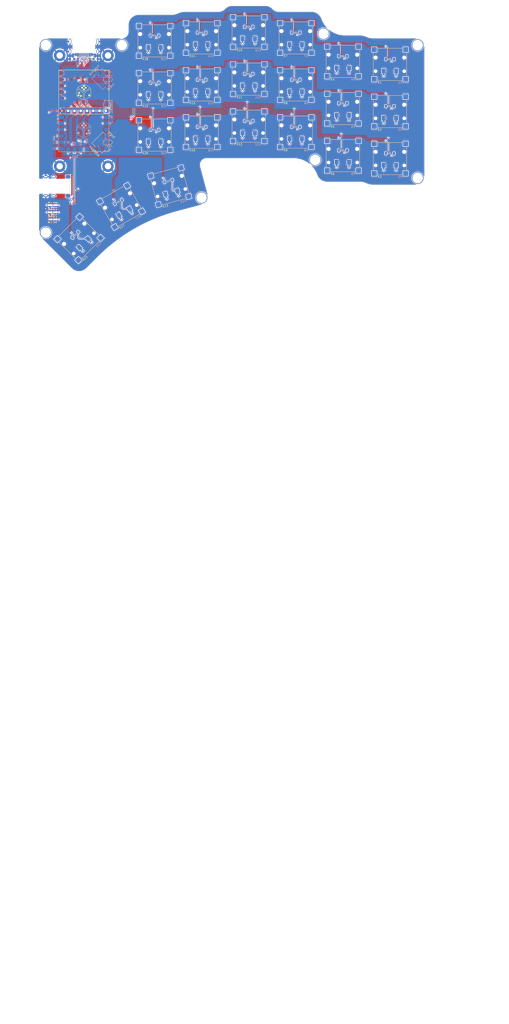
<source format=kicad_pcb>
(kicad_pcb (version 20221018) (generator pcbnew)
  (layers (0 "F.Cu" signal) (31 "B.Cu" signal) (34 "B.Paste" user) (35 "F.Paste" user) (36 "B.SilkS" user "B.Silkscreen") (37 "F.SilkS" user "F.Silkscreen") (38 "B.Mask" user) (39 "F.Mask" user) (44 "Edge.Cuts" user))
  (net 0 "")
  (net 1 "+5V")
  (net 2 "USB_D+")
  (net 3 "USB_D-")
  (net 6 "GND")
  (net 7 "row0")
  (net 8 "Net-(D1-Pad2)")
  (net 9 "row1")
  (net 10 "Net-(D2-Pad2)")
  (net 11 "row2")
  (net 12 "Net-(D3-Pad2)")
  (net 13 "Net-(D4-Pad2)")
  (net 14 "Net-(D5-Pad2)")
  (net 15 "Net-(D6-Pad2)")
  (net 16 "Net-(D7-Pad2)")
  (net 17 "Net-(D8-Pad2)")
  (net 18 "Net-(D9-Pad2)")
  (net 19 "Net-(D10-Pad2)")
  (net 20 "Net-(D11-Pad2)")
  (net 21 "Net-(D12-Pad2)")
  (net 22 "row3")
  (net 23 "Net-(D13-Pad2)")
  (net 24 "Net-(D14-Pad2)")
  (net 25 "Net-(D15-Pad2)")
  (net 26 "Net-(D16-Pad2)")
  (net 27 "Net-(D17-Pad2)")
  (net 28 "Net-(D18-Pad2)")
  (net 29 "Net-(D19-Pad2)")
  (net 30 "Net-(D20-Pad2)")
  (net 31 "Net-(D21-Pad2)")
  (net 32 "col0")
  (net 33 "col1")
  (net 34 "col2")
  (net 35 "col3")
  (net 36 "col4")
  (net 37 "col5")
  (net 38 "Net-(P1-CC1)")
  (net 39 "Net-(P1-CC2)")
  (net 40 "Data")
  (net 41 "+3V3")
  (net 59 "SDA")
  (net 60 "SCL")
  (net 61 "RGB")
  (net 63 "Net-(L1-DOUT)")
  (net 64 "Net-(L2-DOUT)")
  (footprint "DreaM117er-keebLibrary:Azoteq_TPS43_201A_S" (layer "F.Cu") (at 174.887 92.445)
    (fp_text reference "TRK1" hide)
    (fp_text value "TPS43-201A-S")
  )
  (footprint "DreaM117er-keebLibrary:SW_Kailh_PG1316S_1.00u_Dual2" (layer "F.Cu") (at 230.450452 82.01)
    (fp_text reference "K15")
    (fp_text value "PG1316S")
  )
  (footprint "DreaM117er-keebLibrary:D_SOD-123_dual" (layer "F.Cu") (at 211.4 81.076)
    (fp_text reference "D19" hide)
    (fp_text value "1N4148_SMD")
  )
  (footprint "DreaM117er-keebLibrary:LED_SK6805_PLCC4_2.4x2.7mm_P1.3mm" (layer "F.Cu") (at 170.196 136.366)
    (fp_text reference "L5" hide)
    (fp_text value "SK6805" hide)
  )
  (footprint "DreaM117er-keebLibrary:SW_Kailh_PG1316S_1.00u_Dual2" (layer "F.Cu") (at 287.600452 72.485)
    (fp_text reference "K4")
    (fp_text value "PG1316S")
  )
  (footprint "DreaM117er-keebLibrary:SW_Kailh_PG1316S_1.00u_Dual2" (layer "F.Cu") (at 287.600452 110.585)
    (fp_text reference "K6")
    (fp_text value "PG1316S")
  )
  (footprint "DreaM117er-keebLibrary:D_SOD-123_dual" (layer "F.Cu") (at 196.715691 129.238543 30)
    (fp_text reference "D17" hide)
    (fp_text value "1N4148_SMD")
  )
  (footprint "DreaM117er-keebLibrary:MAC8_TH0816-XX-M2-NPTHhole" (layer "F.Cu") (at 167.350884 141.686216 135)
    (fp_text reference "N1" hide)
    (fp_text value "4.2mm")
  )
  (footprint "DreaM117er-keebLibrary:USB_C_16P_MID_MOUT_SR_Molex" (layer "F.Cu") (at 182.766 67.191 180)
    (fp_text reference "P1" hide)
    (fp_text value "USB_C_Plug_USB2.0")
    (fp_line (start -4.62 -1.86) (end -4.62 4.04) (stroke (width 0.1)) (layer "Edge.Cuts"))
    (fp_line (start -3.91 -1.86) (end 3.91 -1.86) (stroke (width 0.1)) (layer "Edge.Cuts"))
    (fp_line (start 4.62 -1.86) (end 4.62 4.04) (stroke (width 0.1)) (layer "Edge.Cuts"))
    (fp_arc (start -4.62 -1.86) (mid -4.434167 -2.101625) (end -4.152939 -1.984035) (stroke (width 0.1)) (layer "Edge.Cuts"))
    (fp_arc (start -3.91 -1.86) (mid -4.046835 -1.891923) (end -4.152939 -1.984035) (stroke (width 0.1)) (layer "Edge.Cuts"))
    (fp_arc (start 4.152939 -1.984035) (mid 4.046835 -1.891922) (end 3.91 -1.86) (stroke (width 0.1)) (layer "Edge.Cuts"))
    (fp_arc (start 4.152939 -1.984035) (mid 4.434167 -2.101625) (end 4.62 -1.86) (stroke (width 0.1)) (layer "Edge.Cuts"))
  )
  (footprint "DreaM117er-keebLibrary:MAC8_TH0816-XX-M2-NPTHhole" (layer "F.Cu") (at 276.375902 112.285 -135)
    (fp_text reference "N4" hide)
    (fp_text value "4.2mm")
  )
  (footprint "DreaM117er-keebLibrary:SW_Kailh_PG1316S_1.00u_Dual2" (layer "F.Cu") (at 230.450452 101.06)
    (fp_text reference "K16")
    (fp_text value "PG1316S")
  )
  (footprint "DreaM117er-keebLibrary:MAC8_TH0816-XX-M2-Dual_Pad" (layer "F.Cu") (at 172.989884 70.051)
    (fp_text reference "N9" hide)
    (fp_text value "MAC8 TH1.6-0.3 M2")
  )
  (footprint "DreaM117er-keebLibrary:SW_Kailh_PG1316S_1.00u_Dual2" (layer "F.Cu") (at 268.550452 82.01)
    (fp_text reference "K8")
    (fp_text value "PG1316S")
  )
  (footprint "DreaM117er-keebLibrary:Hirose_FH12-6S-0.5SH_1x06-1MP_P0.50mm_Horizontal" (layer "F.Cu") (at 191.390752 106.448752 -135)
    (fp_text reference "J2" hide)
    (fp_text value "TPS43-201A-S")
  )
  (footprint "DreaM117er-keebLibrary:MAC8_TH0816-XX-M2-Dual_Pad" (layer "F.Cu") (at 192.536884 70.051)
    (fp_text reference "N10" hide)
    (fp_text value "MAC8 TH1.6-0.3 M2")
  )
  (footprint "DreaM117er-keebLibrary:D_SOD-123_dual" (layer "F.Cu") (at 230.45 60.835)
    (fp_text reference "D14" hide)
    (fp_text value "1N4148_SMD")
  )
  (footprint "DreaM117er-keebLibrary:D_SOD-123_dual" (layer "F.Cu") (at 230.45 98.935)
    (fp_text reference "D16" hide)
    (fp_text value "1N4148_SMD")
  )
  (footprint "DreaM117er-keebLibrary:Logo_Core" (layer "F.Cu") (at 182.763 84.825)
    (fp_text reference "REF**" hide)
    (fp_text value "Logo_Core")
  )
  (footprint "DreaM117er-keebLibrary:D_SOD-123_dual" (layer "F.Cu") (at 230.45 79.885)
    (fp_text reference "D15" hide)
    (fp_text value "1N4148_SMD")
  )
  (footprint "DreaM117er-keebLibrary:D_SOD-123_dual" (layer "F.Cu") (at 216.974918 120.847354 15)
    (fp_text reference "D13" hide)
    (fp_text value "1N4148_SMD")
  )
  (footprint "DreaM117er-keebLibrary:D_SOD-123_dual" (layer "F.Cu") (at 211.4 62.026)
    (fp_text reference "D18" hide)
    (fp_text value "1N4148_SMD")
  )
  (footprint "DreaM117er-keebLibrary:D_SOD-123_dual" (layer "F.Cu") (at 268.55 60.835)
    (fp_text reference "D7" hide)
    (fp_text value "1N4148_SMD")
  )
  (footprint "DreaM117er-keebLibrary:TRRS-PJ-381-BB_6P_Dual" (layer "F.Cu") (at 164.651 122.933 90)
    (fp_text reference "J1" hide)
    (fp_text value "AudioJack3" hide)
    (fp_line (start -3 0.5) (end -3 12.5) (stroke (width 0.1)) (layer "Edge.Cuts"))
    (fp_line (start -3 12.5) (end 3 12.5) (stroke (width 0.1)) (layer "Edge.Cuts"))
    (fp_line (start 3 0.5) (end 3 12.5) (stroke (width 0.1)) (layer "Edge.Cuts"))
  )
  (footprint "DreaM117er-keebLibrary:MAC8_TH0816-XX-M2-NPTHhole" (layer "F.Cu") (at 279.775 61.26 45)
    (fp_text reference "N8" hide)
    (fp_text value "4.2mm")
  )
  (footprint "DreaM117er-keebLibrary:SW_Kailh_PG1316S_1.00u_Dual2" (layer "F.Cu") (at 217.524909 122.899946 15)
    (fp_text reference "K13")
    (fp_text value "PG1316S")
  )
  (footprint "DreaM117er-keebLibrary:D_SOD-123_dual" (layer "F.Cu") (at 249.5 58.454)
    (fp_text reference "D10" hide)
    (fp_text value "1N4148_SMD")
  )
  (footprint "DreaM117er-keebLibrary:D_SOD-123_dual" (layer "F.Cu") (at 287.6 70.36)
    (fp_text reference "D4" hide)
    (fp_text value "1N4148_SMD")
  )
  (footprint "DreaM117er-keebLibrary:MAC8_TH0816-XX-M2-Dual_Pad" (layer "F.Cu") (at 192.536884 114.839)
    (fp_text reference "N12" hide)
    (fp_text value "MAC8 TH1.6-0.3 M2")
  )
  (footprint "DreaM117er-keebLibrary:MAC8_TH0816-XX-M2-NPTHhole" (layer "F.Cu") (at 317.875 119.601)
    (fp_text reference "N6" hide)
    (fp_text value "4.2mm")
  )
  (footprint "DreaM117er-keebLibrary:D_SOD-123_dual" (layer "F.Cu") (at 268.55 79.885)
    (fp_text reference "D8" hide)
    (fp_text value "1N4148_SMD")
  )
  (footprint "DreaM117er-keebLibrary:D_SOD-123_dual" (layer "F.Cu") (at 179.318606 142.587686 45)
    (fp_text reference "D21" hide)
    (fp_text value "1N4148_SMD")
  )
  (footprint "DreaM117er-keebLibrary:SW_Kailh_PG1316S_1.00u_Dual2" (layer "F.Cu") (at 249.500452 98.679)
    (fp_text reference "K12")
    (fp_text value "PG1316S")
  )
  (footprint "DreaM117er-keebLibrary:SW_Kailh_PG1316S_1.00u_Dual2" (layer "F.Cu") (at 249.500452 79.629)
    (fp_text reference "K11")
    (fp_text value "PG1316S")
  )
  (footprint "DreaM117er-keebLibrary:SW_Kailh_PG1316S_1.00u_Dual2" (layer "F.Cu") (at 211.400452 64.151)
    (fp_text reference "K18")
    (fp_text value "PG1316S")
  )
  (footprint "DreaM117er-keebLibrary:MAC8_TH0816-XX-M2-Dual_Pad" (layer "F.Cu") (at 172.989884 114.839)
    (fp_text reference "N11" hide)
    (fp_text value "MAC8 TH1.6-0.3 M2")
  )
  (footprint "DreaM117er-keebLibrary:MAC8_TH0816-XX-M2-NPTHhole" (layer "F.Cu") (at 230.392796 127.552556 15)
    (fp_text reference "N3" hide)
    (fp_text value "4.2mm")
  )
  (footprint "DreaM117er-keebLibrary:D_SOD-123_dual" (layer "F.Cu") (at 306.65 90.601)
    (fp_text reference "D2" hide)
    (fp_text value "1N4148_SMD")
  )
  (footprint "DreaM117er-keebLibrary:MAC8_TH0816-XX-M2-NPTHhole" (layer "F.Cu") (at 167.350884 65.851)
    (fp_text reference "N2" hide)
    (fp_text value "4.2mm")
  )
  (footprint "DreaM117er-keebLibrary:D_SOD-123_dual" (layer "F.Cu") (at 306.65 109.651)
    (fp_text reference "D3" hide)
    (fp_text value "1N4148_SMD")
  )
  (footprint "DreaM117er-keebLibrary:MCU_RP2040CoreA_SMD" (layer "F.Cu") (at 182.763 84.825 90)
    (fp_text reference "U1")
    (fp_text value "MCU_RP2040_CoreA_SMD")
  )
  (footprint "DreaM117er-keebLibrary:SW_Kailh_PG1316S_1.00u_Dual2" (layer "F.Cu") (at 287.600452 91.535)
    (fp_text reference "K5")
    (fp_text value "PG1316S")
  )
  (footprint "DreaM117er-keebLibrary:LED_SK6805_PLCC4_2.4x2.7mm_P1.3mm" (layer "F.Cu") (at 170.1965 130.566)
    (fp_text reference "L1" hide)
    (fp_text value "SK6805" hide)
  )
  (footprint "Resistor_SMD:R_0603_1608Metric" (layer "F.Cu") (at 187.556 71.511)
    (fp_text reference "R1" hide)
    (fp_text value "5.1K")
  )
  (footprint "DreaM117er-keebLibrary:SW_Kailh_PG1316S_1.00u_Dual2" (layer "F.Cu") (at 306.650452 73.676)
    (fp_text reference "K1")
    (fp_text value "PG1316S")
  )
  (footprint "DreaM117er-keebLibrary:SW_Kailh_PG1316S_1.00u_Dual2" (layer "F.Cu") (at 197.778191 131.078848 30)
    (fp_text reference "K17")
    (fp_text value "PG1316S")
  )
  (footprint "DreaM117er-keebLibrary:D_SOD-123_dual" (layer "F.Cu") (at 211.4 100.126)
    (fp_text reference "D20" hide)
    (fp_text value "1N4148_SMD")
  )
  (footprint "DreaM117er-keebLibrary:SW_Kailh_PG1316S_1.00u_Dual2" (layer "F.Cu") (at 306.650452 111.776)
    (fp_text reference "K3")
    (fp_text value "PG1316S")
  )
  (footprint "DreaM117er-keebLibrary:SW_Kailh_PG1316S_1.00u_Dual2" (layer "F.Cu") (at 268.550452 101.06)
    (fp_text reference "K9")
    (fp_text value "PG1316S")
  )
  (footprint "DreaM117er-keebLibrary:SW_Kailh_PG1316S_1.00u_Dual2" (layer "F.Cu") (at 211.400452 83.201)
    (fp_text reference "K19")
    (fp_text value "PG1316S")
  )
  (footprint "DreaM117er-keebLibrary:SW_Kailh_PG1316S_1.00u_Dual2" (layer "F.Cu") (at 211.400452 102.251)
    (fp_text reference "K20")
    (fp_text value "PG1316S")
  )
  (footprint "DreaM117er-keebLibrary:D_SOD-123_dual" (layer "F.Cu") (at 287.6 89.41)
    (fp_text reference "D5" hide)
    (fp_text value "1N4148_SMD")
  )
  (footprint "DreaM117er-keebLibrary:D_SOD-123_dual" (layer "F.Cu") (at 306.65 71.551)
    (fp_text reference "D1" hide)
    (fp_text value "1N4148_SMD")
  )
  (footprint "DreaM117er-keebLibrary:SW_Kailh_PG1316S_1.00u_Dual2" (layer "F.Cu") (at 306.650452 92.726)
    (fp_text reference "K2")
    (fp_text value "PG1316S")
  )
  (footprint "Resistor_SMD:R_0603_1608Metric" (layer "F.Cu") (at 177.976 71.511 180)
    (fp_text reference "R2" hide)
    (fp_text value "5.1K")
  )
  (footprint "DreaM117er-keebLibrary:D_SOD-123_dual" (layer "F.Cu") (at 249.5 77.504)
    (fp_text reference "D11" hide)
    (fp_text value "1N4148_SMD")
  )
  (footprint "DreaM117er-keebLibrary:SW_Kailh_PG1316S_1.00u_Dual2" (layer "F.Cu") (at 230.450452 62.96)
    (fp_text reference "K14")
    (fp_text value "PG1316S")
  )
  (footprint "DreaM117er-keebLibrary:SW_Kailh_PG1316S_1.00u_Dual2" (layer "F.Cu") (at 249.500452 60.579)
    (fp_text reference "K10")
    (fp_text value "PG1316S")
  )
  (footprint "DreaM117er-keebLibrary:D_SOD-123_dual" (layer "F.Cu") (at 287.6 108.46)
    (fp_text reference "D6" hide)
    (fp_text value "1N4148_SMD")
  )
  (footprint "DreaM117er-keebLibrary:D_SOD-123_dual" (layer "F.Cu") (at 268.55 98.935)
    (fp_text reference "D9" hide)
    (fp_text value "1N4148_SMD")
  )
  (footprint "DreaM117er-keebLibrary:MAC8_TH0816-XX-M2-NPTHhole" (layer "F.Cu") (at 198.176 65.851)
    (fp_text reference "N7" hide)
    (fp_text value "4.2mm")
  )
  (footprint "DreaM117er-keebLibrary:SW_Kailh_PG1316S_1.00u_Dual2" (layer "F.Cu") (at 180.821161 144.090487 45)
    (fp_text reference "K21")
    (fp_text value "PG1316S")
  )
  (footprint "DreaM117er-keebLibrary:MAC8_TH0816-XX-M2-NPTHhole" (layer "F.Cu") (at 317.875 65.851)
    (fp_text reference "N5" hide)
    (fp_text value "4.2mm")
  )
  (footprint "DreaM117er-keebLibrary:SW_Kailh_PG1316S_1.00u_Dual2" (layer "F.Cu") (at 268.550452 62.96)
    (fp_text reference "K7")
    (fp_text value "PG1316S")
  )
  (footprint "DreaM117er-keebLibrary:LED_SK6805_PLCC4_2.4x2.7mm_P1.3mm" (layer "F.Cu") (at 170.196 133.466)
    (fp_text reference "L2" hide)
    (fp_text value "SK6805" hide)
  )
  (footprint "DreaM117er-keebLibrary:D_SOD-123_dual" (layer "F.Cu") (at 249.5 96.554)
    (fp_text reference "D12" hide)
    (fp_text value "1N4148_SMD")
  )
  (footprint "Resistor_SMD:R_0603_1608Metric" (layer "B.Cu") (at 187.556 71.511)
    (fp_text reference "R3" hide)
    (fp_text value "5.1K")
  )
  (footprint "DreaM117er-keebLibrary:MCU_RP2040CoreA_SMD" (layer "B.Cu") (at 182.763 100.065 -90)
    (fp_text reference "U2")
    (fp_text value "MCU_RP2040_CoreA_SMD")
  )
  (footprint "DreaM117er-keebLibrary:LED_SK6805_PLCC4_2.4x2.7mm_P1.3mm" (layer "B.Cu") (at 170.196 133.466)
    (fp_text reference "L4" hide)
    (fp_text value "SK6805" hide)
  )
  (footprint "DreaM117er-keebLibrary:Hirose_FH12-6S-0.5SH_1x06-1MP_P0.50mm_Horizontal" (layer "B.Cu") (at 191.390563 78.441664 135)
    (fp_text reference "J3" hide)
    (fp_text value "TPS43-201A-S")
  )
  (footprint "Resistor_SMD:R_0603_1608Metric" (layer "B.Cu") (at 177.976 71.511 180)
    (fp_text reference "R4" hide)
    (fp_text value "5.1K")
  )
  (footprint "DreaM117er-keebLibrary:LED_SK6805_PLCC4_2.4x2.7mm_P1.3mm" (layer "B.Cu") (at 170.196 136.366)
    (fp_text reference "L6" hide)
    (fp_text value "SK6805" hide)
  )
  (footprint "DreaM117er-keebLibrary:Logo_Core" (layer "B.Cu") (at 182.763 100.065 180)
    (fp_text reference "REF**" hide)
    (fp_text value "Logo_Core")
  )
  (footprint "DreaM117er-keebLibrary:LED_SK6805_PLCC4_2.4x2.7mm_P1.3mm" (layer "B.Cu") (at 170.1965 130.566)
    (fp_text reference "L3" hide)
    (fp_text value "SK6805" hide)
  )
  (footprint "DreaM117er-keebLibrary:USB_C_16P_MID_MOUT_SR_Molex" (layer "B.Cu") (at 182.766 67.191)
    (fp_text reference "P2" hide)
    (fp_text value "USB_C_Plug_USB2.0")
  )
  (gr_arc (start 229.819 114.982405) (mid 230.284946 112.639938) (end 232.427 111.583594) (stroke (width 0.1)) (layer "Edge.Cuts"))
  (gr_arc (start 165.151 119.933) (mid 164.79743 119.78657) (end 164.651 119.433) (stroke (width 0.1)) (layer "Edge.Cuts"))
  (gr_arc (start 317.875 63.151) (mid 319.78451 63.941945) (end 320.575455 65.851455) (stroke (width 0.1)) (layer "Edge.Cuts"))
  (gr_line (start 198.175095 63.15194) (end 187.386 63.151) (stroke (width 0.1)) (layer "Edge.Cuts"))
  (gr_arc (start 281.22545 121.11) (mid 278.687125 120.260759) (end 277.170902 118.055) (stroke (width 0.1)) (layer "Edge.Cuts"))
  (gr_arc (start 233.000654 126.853218) (mid 232.730876 128.902374) (end 231.091144 130.160586) (stroke (width 0.1)) (layer "Edge.Cuts"))
  (gr_arc (start 294.425449 121.110455) (mid 295.807847 121.260981) (end 297.125452 121.7055) (stroke (width 0.1)) (layer "Edge.Cuts"))
  (gr_line (start 218.225449 53.625545) (end 205.02545 53.626) (stroke (width 0.1)) (layer "Edge.Cuts"))
  (gr_arc (start 239.975452 51.2445) (mid 238.750858 52.124164) (end 237.275452 52.435) (stroke (width 0.1)) (layer "Edge.Cuts"))
  (gr_line (start 165.441588 143.595512) (end 177.886668 156.040591) (stroke (width 0.1)) (layer "Edge.Cuts"))
  (gr_arc (start 200.87555 60.451485) (mid 200.084605 62.360995) (end 198.175095 63.15194) (stroke (width 0.1)) (layer "Edge.Cuts"))
  (gr_line (start 200.875452 57.775998) (end 200.87555 60.451485) (stroke (width 0.1)) (layer "Edge.Cuts"))
  (gr_arc (start 200.875452 57.775998) (mid 202.090959 54.841507) (end 205.02545 53.626) (stroke (width 0.1)) (layer "Edge.Cuts"))
  (gr_line (start 320.575455 119.601) (end 320.575455 65.851455) (stroke (width 0.1)) (layer "Edge.Cuts"))
  (gr_arc (start 165.441696 143.595404) (mid 164.85641 142.719461) (end 164.650885 141.686216) (stroke (width 0.1)) (layer "Edge.Cuts"))
  (gr_line (start 294.425449 61.960455) (end 288.35 61.96) (stroke (width 0.1)) (layer "Edge.Cuts"))
  (gr_line (start 164.651 126.433) (end 164.650885 141.686216) (stroke (width 0.1)) (layer "Edge.Cuts"))
  (gr_arc (start 164.650545 65.851) (mid 165.44149 63.94149) (end 167.351 63.150545) (stroke (width 0.1)) (layer "Edge.Cuts"))
  (gr_line (start 237.275452 52.435) (end 223.625455 52.435455) (stroke (width 0.1)) (layer "Edge.Cuts"))
  (gr_arc (start 294.425449 61.960455) (mid 295.807847 62.110981) (end 297.125452 62.5555) (stroke (width 0.1)) (layer "Edge.Cuts"))
  (gr_arc (start 188.263459 151.532784) (mid 203.040583 140.193827) (end 220.248717 133.065336) (stroke (width 0.1)) (layer "Edge.Cuts"))
  (gr_arc (start 220.925452 53.0305) (mid 222.243057 52.585978) (end 223.625455 52.435455) (stroke (width 0.1)) (layer "Edge.Cuts"))
  (gr_line (start 294.425449 121.110455) (end 281.22545 121.11) (stroke (width 0.1)) (layer "Edge.Cuts"))
  (gr_line (start 164.650545 65.851) (end 164.651 119.433) (stroke (width 0.1)) (layer "Edge.Cuts"))
  (gr_arc (start 274.925452 52.435) (mid 277.463777 53.284241) (end 278.98 55.49) (stroke (width 0.1)) (layer "Edge.Cuts"))
  (gr_arc (start 183.755651 156.040591) (mid 180.82116 157.256097) (end 177.886668 156.040591) (stroke (width 0.1)) (layer "Edge.Cuts"))
  (gr_line (start 233.000654 126.853218) (end 229.819 114.982405) (stroke (width 0.1)) (layer "Edge.Cuts"))
  (gr_arc (start 299.825455 63.150545) (mid 298.443057 63.000021) (end 297.125452 62.5555) (stroke (width 0.1)) (layer "Edge.Cuts"))
  (gr_arc (start 320.575455 119.601) (mid 319.78451 121.51051) (end 317.875 122.301455) (stroke (width 0.1)) (layer "Edge.Cuts"))
  (gr_arc (start 256.325452 50.054) (mid 257.800858 50.364835) (end 259.025452 51.2445) (stroke (width 0.1)) (layer "Edge.Cuts"))
  (gr_line (start 183.755651 156.040591) (end 188.263459 151.532784) (stroke (width 0.1)) (layer "Edge.Cuts"))
  (gr_arc (start 220.925452 53.0305) (mid 219.607847 53.475019) (end 218.225449 53.625545) (stroke (width 0.1)) (layer "Edge.Cuts"))
  (gr_arc (start 267.800902 111.58409) (mid 273.45958 113.40964) (end 277.170902 118.055) (stroke (width 0.1)) (layer "Edge.Cuts"))
  (gr_arc (start 239.975452 51.2445) (mid 241.200046 50.364835) (end 242.675452 50.054) (stroke (width 0.1)) (layer "Edge.Cuts"))
  (gr_line (start 232.427 111.583594) (end 267.800902 111.58409) (stroke (width 0.1)) (layer "Edge.Cuts"))
  (gr_line (start 299.825455 122.300545) (end 317.875 122.301001) (stroke (width 0.1)) (layer "Edge.Cuts"))
  (gr_line (start 242.675452 50.054) (end 256.325452 50.054) (stroke (width 0.1)) (layer "Edge.Cuts"))
  (gr_arc (start 299.825455 122.300545) (mid 298.443057 122.15002) (end 297.125452 121.7055) (stroke (width 0.1)) (layer "Edge.Cuts"))
  (gr_arc (start 164.651 126.433) (mid 164.79743 126.07943) (end 165.151 125.933) (stroke (width 0.1)) (layer "Edge.Cuts"))
  (gr_arc (start 288.35 61.96) (mid 282.691342 60.135073) (end 278.98 55.49) (stroke (width 0.1)) (layer "Edge.Cuts"))
  (gr_arc (start 261.725452 52.435) (mid 260.250046 52.124165) (end 259.025452 51.2445) (stroke (width 0.1)) (layer "Edge.Cuts"))
  (gr_line (start 220.248717 133.065336) (end 231.091027 130.160148) (stroke (width 0.1)) (layer "Edge.Cuts"))
  (gr_line (start 317.875 63.151) (end 299.825455 63.150545) (stroke (width 0.1)) (layer "Edge.Cuts"))
  (gr_line (start 274.925452 52.435) (end 261.725452 52.435) (stroke (width 0.1)) (layer "Edge.Cuts"))
  (gr_line (start 178.146 63.151) (end 167.351 63.150545) (stroke (width 0.1)) (layer "Edge.Cuts"))
  (segment (start 170.2 135.472) (end 170.2 135.96) (width 0.25) (layer "F.Cu") (net 1))
  (segment (start 170.2 135.472) (end 170.444 135.716) (width 0.25) (layer "F.Cu") (net 1))
  (segment (start 173.868 82.285) (end 175.05 82.285) (width 0.5) (layer "F.Cu") (net 1))
  (segment (start 177.923 112.1725) (end 177.923 118.61) (width 0.5) (layer "F.Cu") (net 1))
  (segment (start 171.1965 132.816) (end 170.444 132.816) (width 0.25) (layer "F.Cu") (net 1))
  (segment (start 170.444 129.916) (end 170.2 130.16) (width 0.25) (layer "F.Cu") (net 1))
  (segment (start 177.923 118.61) (end 177.923 119.556) (width 0.5) (layer "F.Cu") (net 1))
  (segment (start 171.048 102.078) (end 171.048 82.832) (width 0.5) (layer "F.Cu") (net 1))
  (segment (start 170.444 135.716) (end 170.2 135.96) (width 0.25) (layer "F.Cu") (net 1))
  (segment (start 180.366 70.78) (end 180.366 74.226) (width 0.5) (layer "F.Cu") (net 1))
  (segment (start 177.45 126.783) (end 176.251 126.783) (width 0.5) (layer "F.Cu") (net 1))
  (segment (start 171.048 82.832) (end 171.595 82.285) (width 0.5) (layer "F.Cu") (net 1))
  (segment (start 170.2 133.47) (end 170.2 135.472) (width 0.25) (layer "F.Cu") (net 1))
  (segment (start 170.444 132.816) (end 170.2 133.06) (width 0.25) (layer "F.Cu") (net 1))
  (segment (start 177.27 111.5195) (end 177.923 112.1725) (width 0.5) (layer "F.Cu") (net 1))
  (segment (start 173.085104 129.4485) (end 172.617604 129.916) (width 0.25) (layer "F.Cu") (net 1))
  (segment (start 176.251 128.999) (end 175.8015 129.4485) (width 0.25) (layer "F.Cu") (net 1))
  (segment (start 177.923 126.31) (end 177.45 126.783) (width 0.5) (layer "F.Cu") (net 1))
  (segment (start 171.99 102.605) (end 171.575 102.605) (width 0.5) (layer "F.Cu") (net 1))
  (segment (start 170.2 132.572) (end 170.444 132.816) (width 0.25) (layer "F.Cu") (net 1))
  (segment (start 171.1965 135.716) (end 170.444 135.716) (width 0.25) (layer "F.Cu") (net 1))
  (segment (start 170.2 135.96) (end 170.2 136.37) (width 0.25) (layer "F.Cu") (net 1))
  (segment (start 171.1965 129.916) (end 170.444 129.916) (width 0.25) (layer "F.Cu") (net 1))
  (segment (start 177.45 119.083) (end 176.251 119.083) (width 0.5) (layer "F.Cu") (net 1))
  (segment (start 170.2 130.16) (end 170.2 130.57) (width 0.25) (layer "F.Cu") (net 1))
  (segment (start 172.617604 129.916) (end 171.1965 129.916) (width 0.25) (layer "F.Cu") (net 1))
  (segment (start 171.575 102.605) (end 171.048 102.078) (width 0.5) (layer "F.Cu") (net 1))
  (segment (start 170.2 133.06) (end 170.2 133.47) (width 0.25) (layer "F.Cu") (net 1))
  (segment (start 170.2 132.572) (end 170.2 133.06) (width 0.25) (layer "F.Cu") (net 1))
  (segment (start 176.251 126.783) (end 176.251 128.999) (width 0.25) (layer "F.Cu") (net 1))
  (segment (start 177.923 119.556) (end 177.923 126.31) (width 0.5) (layer "F.Cu") (net 1))
  (segment (start 170.2 130.57) (end 170.2 132.572) (width 0.25) (layer "F.Cu") (net 1))
  (segment (start 185.166 69.701) (end 185.166 70.774) (width 0.5) (layer "F.Cu") (net 1))
  (segment (start 177.45 119.083) (end 177.923 118.61) (width 0.5) (layer "F.Cu") (net 1))
  (segment (start 171.595 82.285) (end 173.298 82.285) (width 0.5) (layer "F.Cu") (net 1))
  (segment (start 180.366 70.78) (end 180.366 69.701) (width 0.5) (layer "F.Cu") (net 1))
  (segment (start 177.45 119.083) (end 177.923 119.556) (width 0.5) (layer "F.Cu") (net 1))
  (segment (start 175.8015 129.4485) (end 173.085104 129.4485) (width 0.25) (layer "F.Cu") (net 1))
  (via (at 185.166 70.78) (size 0.6) (drill 0.4) (layers "F.Cu" "B.Cu") (net 1))
  (via (at 170.2 133.47) (size 0.6) (drill 0.4) (layers "F.Cu" "B.Cu") (net 1))
  (via (at 170.2 130.57) (size 0.6) (drill 0.4) (layers "F.Cu" "B.Cu") (net 1))
  (via (at 175.05 82.285) (size 0.6) (drill 0.4) (layers "F.Cu" "B.Cu") (net 1))
  (via (at 171.99 102.605) (size 0.6) (drill 0.4) (layers "F.Cu" "B.Cu") (net 1))
  (via (at 180.366 70.78) (size 0.6) (drill 0.4) (layers "F.Cu" "B.Cu") (net 1))
  (via (at 177.45 119.083) (size 0.6) (drill 0.4) (layers "F.Cu" "B.Cu") (net 1))
  (via (at 170.2 136.37) (size 0.6) (drill 0.4) (layers "F.Cu" "B.Cu") (net 1))
  (via (at 177.45 126.783) (size 0.6) (drill 0.4) (layers "F.Cu" "B.Cu") (net 1))
  (via (at 180.366 74.226) (size 0.6) (drill 0.4) (layers "F.Cu" "B.Cu") (net 1))
  (via (at 177.27 111.5195) (size 0.6) (drill 0.4) (layers "F.Cu" "B.Cu") (net 1))
  (segment (start 171.585 102.605) (end 171.99 102.605) (width 0.5) (layer "B.Cu") (net 1))
  (segment (start 173.868 102.605) (end 171.99 102.605) (width 0.5) (layer "B.Cu") (net 1))
  (segment (start 180.366 74.226) (end 175.024 74.226) (width 0.5) (layer "B.Cu") (net 1))
  (segment (start 170.2 130.97) (end 170.446 131.216) (width 0.25) (layer "B.Cu") (net 1))
  (segment (start 171.05 103.14) (end 171.585 102.605) (width 0.5) (layer "B.Cu") (net 1))
  (segment (start 177.45 119.083) (end 176.251 119.083) (width 0.5) (layer "B.Cu") (net 1))
  (segment (start 170.2 136.37) (end 170.2 136.77) (width 0.25) (layer "B.Cu") (net 1))
  (segment (start 170.2 130.57) (end 170.2 130.97) (width 0.25) (layer "B.Cu") (net 1))
  (segment (start 176.251 126.783) (end 177.45 126.783) (width 0.5) (layer "B.Cu") (net 1))
  (segment (start 171.5995 111.5195) (end 171.05 110.97) (width 0.5) (layer "B.Cu") (net 1))
  (segment (start 177.27 111.5195) (end 171.5995 111.5195) (width 0.5) (layer "B.Cu") (net 1))
  (segment (start 180.366 74.226) (end 181.01 74.87) (width 0.5) (layer "B.Cu") (net 1))
  (segment (start 181.01 74.87) (end 184.51 74.87) (width 0.5) (layer "B.Cu") (net 1))
  (segment (start 171.05 110.97) (end 171.05 103.14) (width 0.5) (layer "B.Cu") (net 1))
  (segment (start 170.2 136.77) (end 170.446 137.016) (width 0.25) (layer "B.Cu") (net 1))
  (segment (start 175.024 74.226) (end 174.28 74.97) (width 0.5) (layer "B.Cu") (net 1))
  (segment (start 185.166 70.78) (end 185.166 69.701) (width 0.5) (layer "B.Cu") (net 1))
  (segment (start 184.51 74.87) (end 185.166 74.214) (width 0.5) (layer "B.Cu") (net 1))
  (segment (start 170.446 134.116) (end 171.1965 134.116) (width 0.25) (layer "B.Cu") (net 1))
  (segment (start 170.2 133.47) (end 170.2 133.87) (width 0.25) (layer "B.Cu") (net 1))
  (segment (start 185.166 74.214) (end 185.166 70.78) (width 0.5) (layer "B.Cu") (net 1))
  (segment (start 170.446 131.216) (end 171.1965 131.216) (width 0.25) (layer "B.Cu") (net 1))
  (segment (start 170.446 137.016) (end 171.1965 137.016) (width 0.25) (layer "B.Cu") (net 1))
  (segment (start 174.28 74.97) (end 174.28 81.515) (width 0.5) (layer "B.Cu") (net 1))
  (segment (start 174.28 81.515) (end 175.05 82.285) (width 0.5) (layer "B.Cu") (net 1))
  (segment (start 180.366 69.701) (end 180.366 70.78) (width 0.5) (layer "B.Cu") (net 1))
  (segment (start 170.2 133.87) (end 170.446 134.116) (width 0.25) (layer "B.Cu") (net 1))
  (segment (start 172.495 97.525) (end 175.05 97.525) (width 0.2) (layer "F.Cu") (net 2))
  (segment (start 171.998 88.665) (end 171.998 97.028) (width 0.2) (layer "F.Cu") (net 2))
  (segment (start 182.77 73.12) (end 181.77 72.12) (width 0.2) (layer "F.Cu") (net 2))
  (segment (start 183.016 71.366) (end 183.016 69.701) (width 0.2) (layer "F.Cu") (net 2))
  (segment (start 171.998 97.028) (end 172.495 97.525) (width 0.2) (layer "F.Cu") (net 2))
  (segment (start 173.298 87.365) (end 171.998 88.665) (width 0.2) (layer "F.Cu") (net 2))
  (segment (start 175.04 87.365) (end 173.868 87.365) (width 0.2) (layer "F.Cu") (net 2))
  (segment (start 181.77 72.12) (end 182.016 71.874) (width 0.2) (layer "F.Cu") (net 2))
  (segment (start 182.016 71.874) (end 182.016 69.701) (width 0.2) (layer "F.Cu") (net 2))
  (segment (start 181.12 73.21) (end 181.12 72.77) (width 0.2) (layer "F.Cu") (net 2))
  (segment (start 183.77 72.12) (end 183.016 71.366) (width 0.2) (layer "F.Cu") (net 2))
  (segment (start 181.12 72.77) (end 181.77 72.12) (width 0.2) (layer "F.Cu") (net 2))
  (via (at 183.77 72.12) (size 0.6) (drill 0.4) (layers "F.Cu" "B.Cu") (net 2))
  (via (at 182.77 73.12) (size 0.6) (drill 0.4) (layers "F.Cu" "B.Cu") (net 2))
  (via (at 175.05 97.525) (size 0.6) (drill 0.4) (layers "F.Cu" "B.Cu") (net 2))
  (via (at 181.12 73.21) (size 0.6) (drill 0.4) (layers "F.Cu" "B.Cu") (net 2))
  (via (at 175.04 87.365) (size 0.6) (drill 0.4) (layers "F.Cu" "B.Cu") (net 2))
  (via (at 181.77 72.12) (size 0.6) (drill 0.4) (layers "F.Cu" "B.Cu") (net 2))
  (segment (start 183.516 69.701) (end 183.516 71.866) (width 0.2) (layer "B.Cu") (net 2))
  (segment (start 182.516 71.374) (end 181.77 72.12) (width 0.2) (layer "B.Cu") (net 2))
  (segment (start 183.516 71.866) (end 183.77 72.12) (width 0.2) (layer "B.Cu") (net 2))
  (segment (start 181.12 73.21) (end 174.696496 73.21) (width 0.2) (layer "B.Cu") (net 2))
  (segment (start 174.696496 73.21) (end 173.33 74.576496) (width 0.2) (layer "B.Cu") (net 2))
  (segment (start 173.33 74.576496) (end 173.33 85.655) (width 0.2) (layer "B.Cu") (net 2))
  (segment (start 173.33 85.655) (end 175.04 87.365) (width 0.2) (layer "B.Cu") (net 2))
  (segment (start 173.868 97.525) (end 175.05 97.525) (width 0.2) (layer "B.Cu") (net 2))
  (segment (start 183.77 72.12) (end 182.77 73.12) (width 0.2) (layer "B.Cu") (net 2))
  (segment (start 182.516 69.701) (end 182.516 71.374) (width 0.2) (layer "B.Cu") (net 2))
  (segment (start 182.516 69.701) (end 182.516 71.826) (width 0.2) (layer "F.Cu") (net 3))
  (segment (start 172.065 84.825) (end 171.598 85.292) (width 0.2) (layer "F.Cu") (net 3))
  (segment (start 183.516 71.006) (end 183.516 69.701) (width 0.2) (layer "F.Cu") (net 3))
  (segment (start 172.055 100.065) (end 175.05 100.065) (width 0.2) (layer "F.Cu") (net 3))
  (segment (start 184.4 71.89) (end 183.516 71.006) (width 0.2) (layer "F.Cu") (net 3))
  (segment (start 171.598 85.292) (end 171.598 99.608) (width 0.2) (layer "F.Cu") (net 3))
  (segment (start 182.516 71.826) (end 183.375 72.685) (width 0.2) (layer "F.Cu") (net 3))
  (segment (start 182.77 73.98) (end 184.4 72.35) (width 0.2) (layer "F.Cu") (net 3))
  (segment (start 184.4 72.35) (end 184.4 71.89) (width 0.2) (layer "F.Cu") (net 3))
  (segment (start 173.868 84.825) (end 175.04 84.825) (width 0.2) (layer "F.Cu") (net 3))
  (segment (start 173.298 84.825) (end 172.065 84.825) (width 0.2) (layer "F.Cu") (net 3))
  (segment (start 183.375 72.685) (end 183.375 73.375) (width 0.2) (layer "F.Cu") (net 3))
  (segment (start 171.598 99.608) (end 172.055 100.065) (width 0.2) (layer "F.Cu") (net 3))
  (via (at 175.05 100.065) (size 0.6) (drill 0.4) (layers "F.Cu" "B.Cu") (net 3))
  (via (at 175.04 84.825) (size 0.6) (drill 0.4) (layers "F.Cu" "B.Cu") (net 3))
  (via (at 182.77 73.98) (size 0.6) (drill 0.4) (layers "F.Cu" "B.Cu") (net 3))
  (segment (start 181.12 71.91) (end 181.12 72.33) (width 0.2) (layer "B.Cu") (net 3))
  (segment (start 181.12 72.33) (end 182.77 73.98) (width 0.2) (layer "B.Cu") (net 3))
  (segment (start 173.73 74.742182) (end 173.73 83.515) (width 0.2) (layer "B.Cu") (net 3))
  (segment (start 181.308529 74.32) (end 180.614529 73.626) (width 0.2) (layer "B.Cu") (net 3))
  (segment (start 182.16 72.72) (end 182.16 73.37) (width 0.2) (layer "B.Cu") (net 3))
  (segment (start 173.868 100.065) (end 175.045 100.065) (width 0.2) (layer "B.Cu") (net 3))
  (segment (start 182.43 74.32) (end 181.308529 74.32) (width 0.2) (layer "B.Cu") (net 3))
  (segment (start 180.614529 73.626) (end 174.846183 73.626) (width 0.2) (layer "B.Cu") (net 3))
  (segment (start 174.846183 73.626) (end 173.73 74.742182) (width 0.2) (layer "B.Cu") (net 3))
  (segment (start 182.016 69.701) (end 182.016 71.014) (width 0.2) (layer "B.Cu") (net 3))
  (segment (start 183.016 71.864) (end 182.16 72.72) (width 0.2) (layer "B.Cu") (net 3))
  (segment (start 182.016 71.014) (end 181.12 71.91) (width 0.2) (layer "B.Cu") (net 3))
  (segment (start 173.73 83.515) (end 175.04 84.825) (width 0.2) (layer "B.Cu") (net 3))
  (segment (start 182.77 73.98) (end 182.43 74.32) (width 0.2) (layer "B.Cu") (net 3))
  (segment (start 183.016 69.701) (end 183.016 71.864) (width 0.2) (layer "B.Cu") (net 3))
  (segment (start 188.386 64.451) (end 188.386 68.451) (width 0.25) (layer "F.Cu") (net 6))
  (segment (start 166.59 134.59) (end 166.59 137.016) (width 0.25) (layer "F.Cu") (net 6))
  (segment (start 192.522123 107.933676) (end 194.97 110.381553) (width 0.25) (layer "F.Cu") (net 6))
  (segment (start 178.05 70.32) (end 177.146 70.32) (width 0.25) (layer "F.Cu") (net 6))
  (segment (start 188.386 70.26) (end 188.386 68.451) (width 0.25) (layer "F.Cu") (net 6))
  (segment (start 194.97 112.405884) (end 192.536884 114.839) (width 0.25) (layer "F.Cu") (net 6))
  (segment (start 168.134 131.216) (end 169.1965 131.216) (width 0.25) (layer "F.Cu") (net 6))
  (segment (start 166.59 137.016) (end 169.196 137.016) (width 0.25) (layer "F.Cu") (net 6))
  (segment (start 168.134 134.116) (end 167.66 134.59) (width 0.25) (layer "F.Cu") (net 6))
  (segment (start 167.66 134.59) (end 166.59 134.59) (width 0.25) (layer "F.Cu") (net 6))
  (segment (start 178.669 69.701) (end 178.05 70.32) (width 0.25) (layer "F.Cu") (net 6))
  (segment (start 177.146 70.32) (end 177.146 68.451) (width 0.25) (layer "F.Cu") (net 6))
  (segment (start 177.151 70.325) (end 177.146 70.32) (width 0.25) (layer "F.Cu") (net 6))
  (segment (start 187.111 69.701) (end 187.67 70.26) (width 0.25) (layer "F.Cu") (net 6))
  (segment (start 167.33 132.02) (end 168.134 131.216) (width 0.25) (layer "F.Cu") (net 6))
  (segment (start 194.97 110.381553) (end 194.97 112.405884) (width 0.25) (layer "F.Cu") (net 6))
  (segment (start 185.966 69.701) (end 187.111 69.701) (width 0.25) (layer "F.Cu") (net 6))
  (segment (start 177.146 64.451) (end 177.146 68.451) (width 0.25) (layer "F.Cu") (net 6))
  (segment (start 166.59 132.76) (end 166.59 134.59) (width 0.25) (layer "F.Cu") (net 6))
  (segment (start 169.196 134.116) (end 168.134 134.116) (width 0.25) (layer "F.Cu") (net 6))
  (segment (start 188.381 70.265) (end 188.386 70.26) (width 0.25) (layer "F.Cu") (net 6))
  (segment (start 173.298 89.905) (end 173.298 91.588) (width 0.25) (layer "F.Cu") (net 6))
  (segment (start 167.33 132.02) (end 166.59 132.76) (width 0.25) (layer "F.Cu") (net 6))
  (segment (start 177.151 71.511) (end 177.151 70.325) (width 0.25) (layer "F.Cu") (net 6))
  (segment (start 187.67 70.26) (end 188.386 70.26) (width 0.25) (layer "F.Cu") (net 6))
  (segment (start 188.381 71.511) (end 188.381 70.265) (width 0.25) (layer "F.Cu") (net 6))
  (segment (start 179.566 69.701) (end 178.669 69.701) (width 0.25) (layer "F.Cu") (net 6))
  (via (at 173.298 91.59) (size 0.6) (drill 0.4) (layers "F.Cu" "B.Cu") (net 6))
  (via (at 173.298 93.3) (size 0.6) (drill 0.4) (layers "F.Cu" "B.Cu") (net 6))
  (via (at 167.33 132.02) (size 0.6) (drill 0.4) (layers "F.Cu" "B.Cu") (net 6))
  (segment (start 166.6 129.351) (end 167.351 128.6) (width 0.25) (layer "B.Cu") (net 6))
  (segment (start 187.111 69.701) (end 187.67 70.26) (width 0.25) (layer "B.Cu") (net 6))
  (segment (start 189.055884 66.57) (end 192.536884 70.051) (width 0.25) (layer "B.Cu") (net 6))
  (segment (start 173.298 93.3) (end 173.298 94.985) (width 0.25) (layer "B.Cu") (net 6))
  (segment (start 166.6 131.29) (end 166.6 129.351) (width 0.25) (layer "B.Cu") (net 6))
  (segment (start 167.351 117.699) (end 167.351 119.083) (width 0.25) (layer "B.Cu") (net 6))
  (segment (start 167.351 126.783) (end 167.351 128.6) (width 0.25) (layer "B.Cu") (net 6))
  (segment (start 169.1965 128.6) (end 169.1965 129.916) (width 0.25) (layer "B.Cu") (net 6))
  (segment (start 192.521934 76.95674) (end 194.96 74.518674) (width 0.25) (layer "B.Cu") (net 6))
  (segment (start 167.33 132.02) (end 166.6 131.29) (width 0.25) (layer "B.Cu") (net 6))
  (segment (start 177.146 64.451) (end 177.146 66.466) (width 0.25) (layer "B.Cu") (net 6))
  (segment (start 177.146 70.32) (end 177.146 68.451) (width 0.25) (layer "B.Cu") (net 6))
  (segment (start 166.59 135.716) (end 169.196 135.716) (width 0.25) (layer "B.Cu") (net 6))
  (segment (start 179.566 69.701) (end 178.669 69.701) (width 0.25) (layer "B.Cu") (net 6))
  (segment (start 176.570884 66.47) (end 172.989884 70.051) (width 0.25) (layer "B.Cu") (net 6))
  (segment (start 177.151 71.511) (end 177.151 70.325) (width 0.25) (layer "B.Cu") (net 6))
  (segment (start 188.386 70.26) (end 188.386 68.451) (width 0.25) (layer "B.Cu") (net 6))
  (segment (start 166.59 132.76) (end 166.59 135.716) (width 0.25) (layer "B.Cu") (net 6))
  (segment (start 178.669 69.701) (end 178.05 70.32) (width 0.25) (layer "B.Cu") (net 6))
  (segment (start 168.02 117.03) (end 167.351 117.699) (width 0.25) (layer "B.Cu") (net 6))
  (segment (start 177.146 66.466) (end 177.142 66.47) (width 0.25) (layer "B.Cu") (net 6))
  (segment (start 194.96 74.518674) (end 194.96 72.474116) (width 0.25) (layer "B.Cu") (net 6))
  (segment (start 188.386 66.556) (end 188.4 66.57) (width 0.25) (layer "B.Cu") (net 6))
  (segment (start 194.96 72.474116) (end 192.536884 70.051) (width 0.25) (layer "B.Cu") (net 6))
  (segment (start 167.351 128.6) (end 169.1965 128.6) (width 0.25) (layer "B.Cu") (net 6))
  (segment (start 168.126 132.816) (end 169.196 132.816) (width 0.25) (layer "B.Cu") (net 6))
  (segment (start 188.386 64.451) (end 188.386 66.556) (width 0.25) (layer "B.Cu") (net 6))
  (segment (start 170.798884 117.03) (end 168.02 117.03) (width 0.25) (layer "B.Cu") (net 6))
  (segment (start 177.151 70.325) (end 177.146 70.32) (width 0.25) (layer "B.Cu") (net 6))
  (segment (start 178.05 70.32) (end 177.146 70.32) (width 0.25) (layer "B.Cu") (net 6))
  (segment (start 172.989884 114.839) (end 170.798884 117.03) (width 0.25) (layer "B.Cu") (net 6))
  (segment (start 167.33 132.02) (end 166.59 132.76) (width 0.25) (layer "B.Cu") (net 6))
  (segment (start 188.381 70.265) (end 188.386 70.26) (width 0.25) (layer "B.Cu") (net 6))
  (segment (start 187.67 70.26) (end 188.386 70.26) (width 0.25) (layer "B.Cu") (net 6))
  (segment (start 167.33 132.02) (end 168.126 132.816) (width 0.25) (layer "B.Cu") (net 6))
  (segment (start 188.381 71.511) (end 188.381 70.265) (width 0.25) (layer "B.Cu") (net 6))
  (segment (start 177.142 66.47) (end 176.570884 66.47) (width 0.25) (layer "B.Cu") (net 6))
  (segment (start 188.4 66.57) (end 189.055884 66.57) (width 0.25) (layer "B.Cu") (net 6))
  (segment (start 185.966 69.701) (end 187.111 69.701) (width 0.25) (layer "B.Cu") (net 6))
  (segment (start 208.826 62.95) (end 209.75 62.026) (width 0.25) (layer "F.Cu") (net 7))
  (segment (start 285.87 65.15) (end 286.47 65.75) (width 0.25) (layer "F.Cu") (net 7))
  (segment (start 202.72 94.03) (end 202.72 63.43) (width 0.25) (layer "F.Cu") (net 7))
  (segment (start 210.27 61.506) (end 209.75 62.026) (width 0.25) (layer "F.Cu") (net 7))
  (segment (start 267.42 60.315) (end 266.9 60.835) (width 0.25) (layer "F.Cu") (net 7))
  (segment (start 286.47 69.84) (end 285.95 70.36) (width 0.25) (layer "F.Cu") (net 7))
  (segment (start 305.52 66.941) (end 305.52 71.031) (width 0.25) (layer "F.Cu") (net 7))
  (segment (start 286.47 65.75) (end 286.47 69.84) (width 0.25) (layer "F.Cu") (net 7))
  (segment (start 209.66 56.82) (end 210.27 57.43) (width 0.25) (layer "F.Cu") (net 7))
  (segment (start 248.37 57.934) (end 247.85 58.454) (width 0.25) (layer "F.Cu") (net 7))
  (segment (start 266.82 55.63) (end 267.42 56.23) (width 0.25) (layer "F.Cu") (net 7))
  (segment (start 228.71 55.63) (end 229.32 56.24) (width 0.25) (layer "F.Cu") (net 7))
  (segment (start 247.77 53.25) (end 248.37 53.85) (width 0.25) (layer "F.Cu") (net 7))
  (segment (start 229.32 56.24) (end 229.32 60.315) (width 0.25) (layer "F.Cu") (net 7))
  (segment (start 202.72 63.43) (end 203.2 62.95) (width 0.25) (layer "F.Cu") (net 7))
  (segment (start 304.92 66.341) (end 305.52 66.941) (width 0.25) (layer "F.Cu") (net 7))
  (segment (start 248.37 53.85) (end 248.37 57.934) (width 0.25) (layer "F.Cu") (net 7))
  (segment (start 229.32 60.315) (end 228.8 60.835) (width 0.25) (layer "F.Cu") (net 7))
  (segment (start 201.87 94.88) (end 202.72 94.03) (width 0.25) (layer "F.Cu") (net 7))
  (segment (start 203.2 62.95) (end 208.826 62.95) (width 0.25) (layer "F.Cu") (net 7))
  (segment (start 267.42 56.23) (end 267.42 60.315) (width 0.25) (layer "F.Cu") (net 7))
  (segment (start 210.27 57.43) (end 210.27 61.506) (width 0.25) (layer "F.Cu") (net 7))
  (segment (start 305.52 71.031) (end 305 71.551) (width 0.25) (layer "F.Cu") (net 7))
  (via (at 228.71 55.63) (size 0.6) (drill 0.4) (layers "F.Cu" "B.Cu") (net 7))
  (via (at 266.82 55.63) (size 0.6) (drill 0.4) (layers "F.Cu" "B.Cu") (net 7))
  (via (at 209.66 56.82) (size 0.6) (drill 0.4) (layers "F.Cu" "B.Cu") (net 7))
  (via (at 285.87 65.15) (size 0.6) (drill 0.4) (layers "F.Cu" "B.Cu") (net 7))
  (via (at 247.77 53.25) (size 0.6) (drill 0.4) (layers "F.Cu" "B.Cu") (net 7))
  (via (at 304.92 66.341) (size 0.6) (drill 0.4) (layers "F.Cu" "B.Cu") (net 7))
  (via (at 201.87 94.88) (size 0.6) (drill 0.4) (layers "F.Cu" "B.Cu") (net 7))
  (segment (start 240.45 53.25) (end 239.98 53.72) (width 0.25) (layer "B.Cu") (net 7))
  (segment (start 228.71 55.63) (end 221.55 55.63) (width 0.25) (layer "B.Cu") (net 7))
  (segment (start 229.77 56.69) (end 228.71 55.63) (width 0.25) (layer "B.Cu") (net 7))
  (segment (start 266.82 55.63) (end 276.1 55.63) (width 0.25) (layer "B.Cu") (net 7))
  (segment (start 304.92 66.341) (end 305.97 67.391) (width 0.25) (layer "B.Cu") (net 7))
  (segment (start 239.98 55.15) (end 239.5 55.63) (width 0.25) (layer "B.Cu") (net 7))
  (segment (start 248.82 57.484) (end 247.85 58.454) (width 0.25) (layer "B.Cu") (net 7))
  (segment (start 239.98 53.72) (end 239.98 55.15) (width 0.25) (layer "B.Cu") (net 7))
  (segment (start 285.87 65.15) (end 286.92 66.2) (width 0.25) (layer "B.Cu") (net 7))
  (segment (start 239.5 55.63) (end 228.71 55.63) (width 0.25) (layer "B.Cu") (net 7))
  (segment (start 247.774 53.254) (end 247.77 53.25) (width 0.25) (layer "B.Cu") (net 7))
  (segment (start 258.554 53.254) (end 247.774 53.254) (width 0.25) (layer "B.Cu") (net 7))
  (segment (start 267.87 56.68) (end 267.87 59.865) (width 0.25) (layer "B.Cu") (net 7))
  (segment (start 248.82 54.3) (end 248.82 57.484) (width 0.25) (layer "B.Cu") (net 7))
  (segment (start 297.731 66.341) (end 296.54 65.15) (width 0.25) (layer "B.Cu") (net 7))
  (segment (start 209.75 62.026) (end 210.72 61.056) (width 0.25) (layer "B.Cu") (net 7))
  (segment (start 277.05 65.15) (end 285.87 65.15) (width 0.25) (layer "B.Cu") (net 7))
  (segment (start 266.82 55.63) (end 259.51 55.63) (width 0.25) (layer "B.Cu") (net 7))
  (segment (start 286.92 66.2) (end 286.92 69.39) (width 0.25) (layer "B.Cu") (net 7))
  (segment (start 220.36 56.82) (end 209.66 56.82) (width 0.25) (layer "B.Cu") (net 7))
  (segment (start 276.58 56.11) (end 276.58 64.68) (width 0.25) (layer "B.Cu") (net 7))
  (segment (start 201.525 94.535) (end 196.218604 94.535) (width 0.25) (layer "B.Cu") (net 7))
  (segment (start 221.55 55.63) (end 220.36 56.82) (width 0.25) (layer "B.Cu") (net 7))
  (segment (start 194.128604 92.445) (end 192.228 92.445) (width 0.25) (layer "B.Cu") (net 7))
  (segment (start 229.77 59.865) (end 229.77 56.69) (width 0.25) (layer "B.Cu") (net 7))
  (segment (start 276.1 55.63) (end 276.58 56.11) (width 0.25) (layer "B.Cu") (net 7))
  (segment (start 247.77 53.25) (end 240.45 53.25) (width 0.25) (layer "B.Cu") (net 7))
  (segment (start 305.97 70.581) (end 305 71.551) (width 0.25) (layer "B.Cu") (net 7))
  (segment (start 201.87 94.88) (end 201.525 94.535) (width 0.25) (layer "B.Cu") (net 7))
  (segment (start 259.51 55.63) (end 259.03 55.15) (width 0.25) (layer "B.Cu") (net 7))
  (segment (start 210.72 61.056) (end 210.72 57.88) (width 0.25) (layer "B.Cu") (net 7))
  (segment (start 304.92 66.341) (end 297.731 66.341) (width 0.25) (layer "B.Cu") (net 7))
  (segment (start 286.92 69.39) (end 285.95 70.36) (width 0.25) (layer "B.Cu") (net 7))
  (segment (start 196.218604 94.535) (end 194.128604 92.445) (width 0.25) (layer "B.Cu") (net 7))
  (segment (start 259.03 53.73) (end 258.554 53.254) (width 0.25) (layer "B.Cu") (net 7))
  (segment (start 276.58 64.68) (end 277.05 65.15) (width 0.25) (layer "B.Cu") (net 7))
  (segment (start 266.82 55.63) (end 267.87 56.68) (width 0.25) (layer "B.Cu") (net 7))
  (segment (start 296.54 65.15) (end 285.87 65.15) (width 0.25) (layer "B.Cu") (net 7))
  (segment (start 259.03 55.15) (end 259.03 53.73) (width 0.25) (layer "B.Cu") (net 7))
  (segment (start 247.77 53.25) (end 248.82 54.3) (width 0.25) (layer "B.Cu") (net 7))
  (segment (start 305.97 67.391) (end 305.97 70.581) (width 0.25) (layer "B.Cu") (net 7))
  (segment (start 210.72 57.88) (end 209.66 56.82) (width 0.25) (layer "B.Cu") (net 7))
  (segment (start 228.8 60.835) (end 229.77 59.865) (width 0.25) (layer "B.Cu") (net 7))
  (segment (start 267.87 59.865) (end 266.9 60.835) (width 0.25) (layer "B.Cu") (net 7))
  (segment (start 307.321 72.53) (end 308.3 71.551) (width 0.25) (layer "F.Cu") (net 8))
  (segment (start 307.32 72.53) (end 307.321 72.53) (width 0.25) (layer "F.Cu") (net 8))
  (segment (start 307.32 72.53) (end 307.32 74.495548) (width 0.25) (layer "F.Cu") (net 8))
  (segment (start 307.32 74.495548) (end 309.150452 76.326) (width 0.25) (layer "F.Cu") (net 8))
  (via (at 307.32 72.53) (size 0.6) (drill 0.4) (layers "F.Cu" "B.Cu") (net 8))
  (segment (start 307.32 72.53) (end 307.321 72.53) (width 0.25) (layer "B.Cu") (net 8))
  (segment (start 307.321 72.53) (end 308.3 71.551) (width 0.25) (layer "B.Cu") (net 8))
  (segment (start 228.71 74.68) (end 229.32 75.29) (width 0.25) (layer "F.Cu") (net 9))
  (segment (start 229.32 79.365) (end 228.8 79.885) (width 0.25) (layer "F.Cu") (net 9))
  (segment (start 285.87 84.2) (end 286.47 84.8) (width 0.25) (layer "F.Cu") (net 9))
  (segment (start 305.52 85.991) (end 305.52 90.081) (width 0.25) (layer "F.Cu") (net 9))
  (segment (start 203.64 82.03) (end 208.796 82.03) (width 0.25) (layer "F.Cu") (net 9))
  (segment (start 203.17 82.5) (end 203.64 82.03) (width 0.25) (layer "F.Cu") (net 9))
  (segment (start 304.92 85.391) (end 305.52 85.991) (width 0.25) (layer "F.Cu") (net 9))
  (segment (start 248.37 76.984) (end 247.85 77.504) (width 0.25) (layer "F.Cu") (net 9))
  (segment (start 193.045 94.985) (end 190.47 94.985) (width 0.25) (layer "F.Cu") (net 9))
  (segment (start 286.47 84.8) (end 286.47 88.89) (width 0.25) (layer "F.Cu") (net 9))
  (segment (start 248.37 72.9) (end 248.37 76.984) (width 0.25) (layer "F.Cu") (net 9))
  (segment (start 203.17 94.47) (end 203.17 82.5) (width 0.25) (layer "F.Cu") (net 9))
  (segment (start 210.27 76.48) (end 210.27 80.556) (width 0.25) (layer "F.Cu") (net 9))
  (segment (start 247.77 72.3) (end 248.37 72.9) (width 0.25) (layer "F.Cu") (net 9))
  (segment (start 286.47 88.89) (end 285.95 89.41) (width 0.25) (layer "F.Cu") (net 9))
  (segment (start 267.42 75.28) (end 267.42 79.365) (width 0.25) (layer "F.Cu") (net 9))
  (segment (start 305.52 90.081) (end 305 90.601) (width 0.25) (layer "F.Cu") (net 9))
  (segment (start 192.228 89.905) (end 193.553 91.23) (width 0.25) (layer "F.Cu") (net 9))
  (segment (start 193.553 91.23) (end 193.553 94.477) (width 0.25) (layer "F.Cu") (net 9))
  (segment (start 267.42 79.365) (end 266.9 79.885) (width 0.25) (layer "F.Cu") (net 9))
  (segment (start 209.66 75.87) (end 210.27 76.48) (width 0.25) (layer "F.Cu") (net 9))
  (segment (start 201.87 95.77) (end 203.17 94.47) (width 0.25) (layer "F.Cu") (net 9))
  (segment (start 266.82 74.68) (end 267.42 75.28) (width 0.25) (layer "F.Cu") (net 9))
  (segment (start 208.796 82.03) (end 209.75 81.076) (width 0.25) (layer "F.Cu") (net 9))
  (segment (start 229.32 75.29) (end 229.32 79.365) (width 0.25) (layer "F.Cu") (net 9))
  (segment (start 193.553 94.477) (end 193.045 94.985) (width 0.25) (layer "F.Cu") (net 9))
  (segment (start 210.27 80.556) (end 209.75 81.076) (width 0.25) (layer "F.Cu") (net 9))
  (via (at 285.87 84.2) (size 0.6) (drill 0.4) (layers "F.Cu" "B.Cu") (net 9))
  (via (at 228.71 74.68) (size 0.6) (drill 0.4) (layers "F.Cu" "B.Cu") (net 9))
  (via (at 266.82 74.68) (size 0.6) (drill 0.4) (layers "F.Cu" "B.Cu") (net 9))
  (via (at 247.77 72.3) (size 0.6) (drill 0.4) (layers "F.Cu" "B.Cu") (net 9))
  (via (at 190.47 94.985) (size 0.6) (drill 0.4) (layers "F.Cu" "B.Cu") (net 9))
  (via (at 201.87 95.77) (size 0.6) (drill 0.4) (layers "F.Cu" "B.Cu") (net 9))
  (via (at 304.92 85.391) (size 0.6) (drill 0.4) (layers "F.Cu" "B.Cu") (net 9))
  (via (at 209.66 75.87) (size 0.6) (drill 0.4) (layers "F.Cu" "B.Cu") (net 9))
  (segment (start 247.77 72.3) (end 240.45 72.3) (width 0.25) (layer "B.Cu") (net 9))
  (segment (start 305.97 89.631) (end 305 90.601) (width 0.25) (layer "B.Cu") (net 9))
  (segment (start 276.58 75.16) (end 276.58 83.73) (width 0.25) (layer "B.Cu") (net 9))
  (segment (start 267.87 78.915) (end 266.9 79.885) (width 0.25) (layer "B.Cu") (net 9))
  (segment (start 259.51 74.68) (end 259.03 74.2) (width 0.25) (layer "B.Cu") (net 9))
  (segment (start 248.82 76.534) (end 247.85 77.504) (width 0.25) (layer "B.Cu") (net 9))
  (segment (start 266.82 74.68) (end 259.51 74.68) (width 0.25) (layer "B.Cu") (net 9))
  (segment (start 277.05 84.2) (end 285.87 84.2) (width 0.25) (layer "B.Cu") (net 9))
  (segment (start 259.03 74.2) (end 259.03 72.78) (width 0.25) (layer "B.Cu") (net 9))
  (segment (start 210.72 80.106) (end 210.72 76.93) (width 0.25) (layer "B.Cu") (net 9))
  (segment (start 191.648 94.985) (end 190.47 94.985) (width 0.25) (layer "B.Cu") (net 9))
  (segment (start 276.1 74.68) (end 276.58 75.16) (width 0.25) (layer "B.Cu") (net 9))
  (segment (start 247.77 72.3) (end 248.82 73.35) (width 0.25) (layer "B.Cu") (net 9))
  (segment (start 239.98 72.77) (end 239.98 74.2) (width 0.25) (layer "B.Cu") (net 9))
  (segment (start 201.87 95.77) (end 201.085 94.985) (width 0.25) (layer "B.Cu") (net 9))
  (segment (start 286.92 88.44) (end 285.95 89.41) (width 0.25) (layer "B.Cu") (net 9))
  (segment (start 259.03 72.78) (end 258.554 72.304) (width 0.25) (layer "B.Cu") (net 9))
  (segment (start 248.82 73.35) (end 248.82 76.534) (width 0.25) (layer "B.Cu") (net 9))
  (segment (start 296.54 84.2) (end 285.87 84.2) (width 0.25) (layer "B.Cu") (net 9))
  (segment (start 239.5 74.68) (end 228.71 74.68) (width 0.25) (layer "B.Cu") (net 9))
  (segment (start 229.77 78.915) (end 229.77 75.74) (width 0.25) (layer "B.Cu") (net 9))
  (segment (start 305.97 86.441) (end 305.97 89.631) (width 0.25) (layer "B.Cu") (net 9))
  (segment (start 201.085 94.985) (end 192.228 94.985) (width 0.25) (layer "B.Cu") (net 9))
  (segment (start 258.554 72.304) (end 247.774 72.304) (width 0.25) (layer "B.Cu") (net 9))
  (segment (start 240.45 72.3) (end 239.98 72.77) (width 0.25) (layer "B.Cu") (net 9))
  (segment (start 239.98 74.2) (end 239.5 74.68) (width 0.25) (layer "B.Cu") (net 9))
  (segment (start 210.72 76.93) (end 209.66 75.87) (width 0.25) (layer "B.Cu") (net 9))
  (segment (start 266.82 74.68) (end 267.87 75.73) (width 0.25) (layer "B.Cu") (net 9))
  (segment (start 228.8 79.885) (end 229.77 78.915) (width 0.25) (layer "B.Cu") (net 9))
  (segment (start 229.77 75.74) (end 228.71 74.68) (width 0.25) (layer "B.Cu") (net 9))
  (segment (start 266.82 74.68) (end 276.1 74.68) (width 0.25) (layer "B.Cu") (net 9))
  (segment (start 286.92 85.25) (end 286.92 88.44) (width 0.25) (layer "B.Cu") (net 9))
  (segment (start 220.36 75.87) (end 209.66 75.87) (width 0.25) (layer "B.Cu") (net 9))
  (segment (start 304.92 85.391) (end 297.731 85.391) (width 0.25) (layer "B.Cu") (net 9))
  (segment (start 209.75 81.076) (end 210.72 80.106) (width 0.25) (layer "B.Cu") (net 9))
  (segment (start 297.731 85.391) (end 296.54 84.2) (width 0.25) (layer "B.Cu") (net 9))
  (segment (start 228.71 74.68) (end 221.55 74.68) (width 0.25) (layer "B.Cu") (net 9))
  (segment (start 221.55 74.68) (end 220.36 75.87) (width 0.25) (layer "B.Cu") (net 9))
  (segment (start 304.92 85.391) (end 305.97 86.441) (width 0.25) (layer "B.Cu") (net 9))
  (segment (start 267.87 75.73) (end 267.87 78.915) (width 0.25) (layer "B.Cu") (net 9))
  (segment (start 285.87 84.2) (end 286.92 85.25) (width 0.25) (layer "B.Cu") (net 9))
  (segment (start 276.58 83.73) (end 277.05 84.2) (width 0.25) (layer "B.Cu") (net 9))
  (segment (start 307.32 91.58) (end 307.321 91.58) (width 0.25) (layer "F.Cu") (net 10))
  (segment (start 307.32 93.545548) (end 307.32 91.58) (width 0.25) (layer "F.Cu") (net 10))
  (segment (start 309.150452 95.376) (end 307.32 93.545548) (width 0.25) (layer "F.Cu") (net 10))
  (segment (start 307.321 91.58) (end 308.3 90.601) (width 0.25) (layer "F.Cu") (net 10))
  (via (at 307.32 91.58) (size 0.6) (drill 0.4) (layers "F.Cu" "B.Cu") (net 10))
  (segment (start 307.32 91.58) (end 307.321 91.58) (width 0.25) (layer "B.Cu") (net 10))
  (segment (start 307.321 91.58) (end 308.3 90.601) (width 0.25) (layer "B.Cu") (net 10))
  (segment (start 286.47 103.85) (end 286.47 107.94) (width 0.25) (layer "F.Cu") (net 11))
  (segment (start 194.003 87.793) (end 194.003 97.057) (width 0.25) (layer "F.Cu") (net 11))
  (segment (start 267.42 94.33) (end 267.42 98.415) (width 0.25) (layer "F.Cu") (net 11))
  (segment (start 192.228 87.365) (end 193.575 87.365) (width 0.25) (layer "F.Cu") (net 11))
  (segment (start 229.32 98.415) (end 228.8 98.935) (width 0.25) (layer "F.Cu") (net 11))
  (segment (start 285.87 103.25) (end 286.47 103.85) (width 0.25) (layer "F.Cu") (net 11))
  (segment (start 210.27 95.53) (end 210.27 99.606) (width 0.25) (layer "F.Cu") (net 11))
  (segment (start 248.37 96.034) (end 247.85 96.554) (width 0.25) (layer "F.Cu") (net 11))
  (segment (start 305.52 105.041) (end 305.52 109.131) (width 0.25) (layer "F.Cu") (net 11))
  (segment (start 194.003 97.057) (end 193.535 97.525) (width 0.25) (layer "F.Cu") (net 11))
  (segment (start 228.71 93.73) (end 229.32 94.34) (width 0.25) (layer "F.Cu") (net 11))
  (segment (start 209.66 94.92) (end 210.27 95.53) (width 0.25) (layer "F.Cu") (net 11))
  (segment (start 229.32 94.34) (end 229.32 98.415) (width 0.25) (layer "F.Cu") (net 11))
  (segment (start 304.92 104.441) (end 305.52 105.041) (width 0.25) (layer "F.Cu") (net 11))
  (segment (start 248.37 91.95) (end 248.37 96.034) (width 0.25) (layer "F.Cu") (net 11))
  (segment (start 286.47 107.94) (end 285.95 108.46) (width 0.25) (layer "F.Cu") (net 11))
  (segment (start 305.52 109.131) (end 305 109.651) (width 0.25) (layer "F.Cu") (net 11))
  (segment (start 247.77 91.35) (end 248.37 91.95) (width 0.25) (layer "F.Cu") (net 11))
  (segment (start 193.535 97.525) (end 190.47 97.525) (width 0.25) (layer "F.Cu") (net 11))
  (segment (start 210.27 99.606) (end 209.75 100.126) (width 0.25) (layer "F.Cu") (net 11))
  (segment (start 267.42 98.415) (end 266.9 98.935) (width 0.25) (layer "F.Cu") (net 11))
  (segment (start 193.575 87.365) (end 194.003 87.793) (width 0.25) (layer "F.Cu") (net 11))
  (segment (start 266.82 93.73) (end 267.42 94.33) (width 0.25) (layer "F.Cu") (net 11))
  (via (at 285.87 103.25) (size 0.6) (drill 0.4) (layers "F.Cu" "B.Cu") (net 11))
  (via (at 209.66 94.92) (size 0.6) (drill 0.4) (layers "F.Cu" "B.Cu") (net 11))
  (via (at 304.92 104.441) (size 0.6) (drill 0.4) (layers "F.Cu" "B.Cu") (net 11))
  (via (at 228.71 93.73) (size 0.6) (drill 0.4) (layers "F.Cu" "B.Cu") (net 11))
  (via (at 190.47 97.525) (size 0.6) (drill 0.4) (layers "F.Cu" "B.Cu") (net 11))
  (via (at 247.77 91.35) (size 0.6) (drill 0.4) (layers "F.Cu" "B.Cu") (net 11))
  (via (at 266.82 93.73) (size 0.6) (drill 0.4) (layers "F.Cu" "B.Cu") (net 11))
  (segment (start 207.214 97.59) (end 209.75 100.126) (width 0.25) (layer "B.Cu") (net 11))
  (segment (start 247.77 91.35) (end 247.945 91.175) (width 0.25) (layer "B.Cu") (net 11))
  (segment (start 304.92 104.441) (end 305.97 105.491) (width 0.25) (layer "B.Cu") (net 11))
  (segment (start 277.6255 102.6) (end 278.1005 103.075) (width 0.25) (layer "B.Cu") (net 11))
  (segment (start 228.89 93.55) (end 228.71 93.73) (width 0.25) (layer "B.Cu") (net 11))
  (segment (start 200.391116 95.435) (end 202.546116 97.59) (width 0.25) (layer "B.Cu") (net 11))
  (segment (start 194.135 97.525) (end 196.225 95.435) (width 0.25) (layer "B.Cu") (net 11))
  (segment (start 210.72 99.156) (end 210.72 95.98) (width 0.25) (layer "B.Cu") (net 11))
  (segment (start 286.92 107.49) (end 285.95 108.46) (width 0.25) (layer "B.Cu") (net 11))
  (segment (start 258.1345 91.66) (end 257.6495 91.175) (width 0.25) (layer "B.Cu") (net 11))
  (segment (start 247.77 91.35) (end 248.82 92.4) (width 0.25) (layer "B.Cu") (net 11))
  (segment (start 240.8755 93.07) (end 240.3955 93.55) (width 0.25) (layer "B.Cu") (net 11))
  (segment (start 247.953 91.175) (end 247.774 91.354) (width 0.25) (layer "B.Cu") (net 11))
  (segment (start 266.82 93.73) (end 267.036396 93.513604) (width 0.25) (layer "B.Cu") (net 11))
  (segment (start 277.6255 93.99) (end 277.6255 102.6) (width 0.25) (layer "B.Cu") (net 11))
  (segment (start 202.546116 97.59) (end 207.214 97.59) (width 0.25) (layer "B.Cu") (net 11))
  (segment (start 278.1005 103.075) (end 285.695 103.075) (width 0.25) (layer "B.Cu") (net 11))
  (segment (start 210.045 94.535) (end 209.66 94.92) (width 0.25) (layer "B.Cu") (net 11))
  (segment (start 285.87 103.25) (end 286.92 104.3) (width 0.25) (layer "B.Cu") (net 11))
  (segment (start 228.8 98.935) (end 229.77 97.965) (width 0.25) (layer "B.Cu") (net 11))
  (segment (start 229.77 97.965) (end 229.77 94.79) (width 0.25) (layer "B.Cu") (net 11))
  (segment (start 267.87 94.78) (end 267.87 97.965) (width 0.25) (layer "B.Cu") (net 11))
  (segment (start 228.71 93.73) (end 228.53 93.55) (width 0.25) (layer "B.Cu") (net 11))
  (segment (start 248.82 95.584) (end 247.85 96.554) (width 0.25) (layer "B.Cu") (net 11))
  (segment (start 304.745 104.266) (end 297.556 104.266) (width 0.25) (layer "B.Cu") (net 11))
  (segment (start 221.73 93.55) (end 220.745 94.535) (width 0.25) (layer "B.Cu") (net 11))
  (segment (start 285.695 103.075) (end 286.045 103.075) (width 0.25) (layer "B.Cu") (net 11))
  (segment (start 266.82 93.73) (end 266.603604 93.513604) (width 0.25) (layer "B.Cu") (net 11))
  (segment (start 247.595 91.175) (end 247.953 91.175) (width 0.25) (layer "B.Cu") (net 11))
  (segment (start 241.3405 91.175) (end 240.8755 91.64) (width 0.25) (layer "B.Cu") (net 11))
  (segment (start 277.149104 93.513604) (end 277.6255 93.99) (width 0.25) (layer "B.Cu") (net 11))
  (segment (start 266.82 93.73) (end 267.87 94.78) (width 0.25) (layer "B.Cu") (net 11))
  (segment (start 191.648 97.525) (end 190.47 97.525) (width 0.25) (layer "B.Cu") (net 11))
  (segment (start 285.695 103.075) (end 285.87 103.25) (width 0.25) (layer "B.Cu") (net 11))
  (segment (start 240.8755 91.64) (end 240.8755 93.07) (width 0.25) (layer "B.Cu") (net 11))
  (segment (start 266.603604 93.513604) (end 267.036396 93.513604) (width 0.25) (layer "B.Cu") (net 11))
  (segment (start 229.77 94.79) (end 228.71 93.73) (width 0.25) (layer "B.Cu") (net 11))
  (segment (start 258.1345 93.04) (end 258.1345 91.66) (width 0.25) (layer "B.Cu") (net 11))
  (segment (start 220.745 94.535) (end 210.045 94.535) (width 0.25) (layer "B.Cu") (net 11))
  (segment (start 297.556 104.266) (end 296.365 103.075) (width 0.25) (layer "B.Cu") (net 11))
  (segment (start 304.92 104.441) (end 304.745 104.266) (width 0.25) (layer "B.Cu") (net 11))
  (segment (start 266.603604 93.513604) (end 258.608104 93.513604) (width 0.25) (layer "B.Cu") (net 11))
  (segment (start 228.53 93.55) (end 221.73 93.55) (width 0.25) (layer "B.Cu") (net 11))
  (segment (start 209.75 100.126) (end 210.72 99.156) (width 0.25) (layer "B.Cu") (net 11))
  (segment (start 286.045 103.075) (end 285.87 103.25) (width 0.25) (layer "B.Cu") (net 11))
  (segment (start 192.228 97.525) (end 194.135 97.525) (width 0.25) (layer "B.Cu") (net 11))
  (segment (start 286.92 104.3) (end 286.92 107.49) (width 0.25) (layer "B.Cu") (net 11))
  (segment (start 267.87 97.965) (end 266.9 98.935) (width 0.25) (layer "B.Cu") (net 11))
  (segment (start 305.97 105.491) (end 305.97 108.681) (width 0.25) (layer "B.Cu") (net 11))
  (segment (start 228.53 93.55) (end 228.89 93.55) (width 0.25) (layer "B.Cu") (net 11))
  (segment (start 210.72 95.98) (end 209.66 94.92) (width 0.25) (layer "B.Cu") (net 11))
  (segment (start 240.3955 93.55) (end 228.89 93.55) (width 0.25) (layer "B.Cu") (net 11))
  (segment (start 296.365 103.075) (end 286.045 103.075) (width 0.25) (layer "B.Cu") (net 11))
  (segment (start 196.225 95.435) (end 200.391116 95.435) (width 0.25) (layer "B.Cu") (net 11))
  (segment (start 247.77 91.35) (end 247.595 91.175) (width 0.25) (layer "B.Cu") (net 11))
  (segment (start 248.82 92.4) (end 248.82 95.584) (width 0.25) (layer "B.Cu") (net 11))
  (segment (start 247.595 91.175) (end 241.3405 91.175) (width 0.25) (layer "B.Cu") (net 11))
  (segment (start 258.608104 93.513604) (end 258.1345 93.04) (width 0.25) (layer "B.Cu") (net 11))
  (segment (start 247.945 91.175) (end 257.6495 91.175) (width 0.25) (layer "B.Cu") (net 11))
  (segment (start 305.97 108.681) (end 305 109.651) (width 0.25) (layer "B.Cu") (net 11))
  (segment (start 267.036396 93.513604) (end 277.149104 93.513604) (width 0.25) (layer "B.Cu") (net 11))
  (segment (start 307.321 110.63) (end 308.3 109.651) (width 0.25) (layer "F.Cu") (net 12))
  (segment (start 307.32 110.63) (end 307.321 110.63) (width 0.25) (layer "F.Cu") (net 12))
  (segment (start 307.32 110.63) (end 307.32 112.595548) (width 0.25) (layer "F.Cu") (net 12))
  (segment (start 307.32 112.595548) (end 309.150452 114.426) (width 0.25) (layer "F.Cu") (net 12))
  (via (at 307.32 110.63) (size 0.6) (drill 0.4) (layers "F.Cu" "B.Cu") (net 12))
  (segment (start 307.321 110.63) (end 308.3 109.651) (width 0.25) (layer "B.Cu") (net 12))
  (segment (start 307.32 110.63) (end 307.321 110.63) (width 0.25) (layer "B.Cu") (net 12))
  (segment (start 288.27 71.339) (end 288.27 73.304548) (width 0.25) (layer "F.Cu") (net 13))
  (segment (start 288.271 71.339) (end 289.25 70.36) (width 0.25) (layer "F.Cu") (net 13))
  (segment (start 288.27 73.304548) (end 290.100452 75.135) (width 0.25) (layer "F.Cu") (net 13))
  (segment (start 288.27 71.339) (end 288.271 71.339) (width 0.25) (layer "F.Cu") (net 13))
  (via (at 288.27 71.339) (size 0.6) (drill 0.4) (layers "F.Cu" "B.Cu") (net 13))
  (segment (start 288.27 71.339) (end 288.271 71.339) (width 0.25) (layer "B.Cu") (net 13))
  (segment (start 288.271 71.339) (end 289.25 70.36) (width 0.25) (layer "B.Cu") (net 13))
  (segment (start 288.271 90.389) (end 289.25 89.41) (width 0.25) (layer "F.Cu") (net 14))
  (segment (start 288.27 92.354548) (end 288.27 90.389) (width 0.25) (layer "F.Cu") (net 14))
  (segment (start 288.27 90.389) (end 288.271 90.389) (width 0.25) (layer "F.Cu") (net 14))
  (segment (start 290.100452 94.185) (end 288.27 92.354548) (width 0.25) (layer "F.Cu") (net 14))
  (via (at 288.27 90.389) (size 0.6) (drill 0.4) (layers "F.Cu" "B.Cu") (net 14))
  (segment (start 288.271 90.389) (end 289.25 89.41) (width 0.25) (layer "B.Cu") (net 14))
  (segment (start 288.27 90.389) (end 288.271 90.389) (width 0.25) (layer "B.Cu") (net 14))
  (segment (start 288.27 109.439) (end 288.27 111.404548) (width 0.25) (layer "F.Cu") (net 15))
  (segment (start 288.271 109.439) (end 289.25 108.46) (width 0.25) (layer "F.Cu") (net 15))
  (segment (start 288.27 111.404548) (end 290.100452 113.235) (width 0.25) (layer "F.Cu") (net 15))
  (segment (start 288.27 109.439) (end 288.271 109.439) (width 0.25) (layer "F.Cu") (net 15))
  (via (at 288.27 109.439) (size 0.6) (drill 0.4) (layers "F.Cu" "B.Cu") (net 15))
  (segment (start 288.27 109.439) (end 288.271 109.439) (width 0.25) (layer "B.Cu") (net 15))
  (segment (start 288.271 109.439) (end 289.25 108.46) (width 0.25) (layer "B.Cu") (net 15))
  (segment (start 269.22 61.814) (end 269.22 63.779548) (width 0.25) (layer "F.Cu") (net 16))
  (segment (start 269.22 61.814) (end 269.221 61.814) (width 0.25) (layer "F.Cu") (net 16))
  (segment (start 269.221 61.814) (end 270.2 60.835) (width 0.25) (layer "F.Cu") (net 16))
  (segment (start 269.22 63.779548) (end 271.050452 65.61) (width 0.25) (layer "F.Cu") (net 16))
  (via (at 269.22 61.814) (size 0.6) (drill 0.4) (layers "F.Cu" "B.Cu") (net 16))
  (segment (start 269.22 61.814) (end 269.221 61.814) (width 0.25) (layer "B.Cu") (net 16))
  (segment (start 269.221 61.814) (end 270.2 60.835) (width 0.25) (layer "B.Cu") (net 16))
  (segment (start 269.22 82.829548) (end 269.22 80.864) (width 0.25) (layer "F.Cu") (net 17))
  (segment (start 271.050452 84.66) (end 269.22 82.829548) (width 0.25) (layer "F.Cu") (net 17))
  (segment (start 269.221 80.864) (end 270.2 79.885) (width 0.25) (layer "F.Cu") (net 17))
  (segment (start 269.22 80.864) (end 269.221 80.864) (width 0.25) (layer "F.Cu") (net 17))
  (via (at 269.22 80.864) (size 0.6) (drill 0.4) (layers "F.Cu" "B.Cu") (net 17))
  (segment (start 269.22 80.864) (end 269.221 80.864) (width 0.25) (layer "B.Cu") (net 17))
  (segment (start 269.221 80.864) (end 270.2 79.885) (width 0.25) (layer "B.Cu") (net 17))
  (segment (start 269.22 101.879548) (end 271.050452 103.71) (width 0.25) (layer "F.Cu") (net 18))
  (segment (start 269.221 99.914) (end 270.2 98.935) (width 0.25) (layer "F.Cu") (net 18))
  (segment (start 269.22 99.914) (end 269.22 101.879548) (width 0.25) (layer "F.Cu") (net 18))
  (segment (start 269.22 99.914) (end 269.221 99.914) (width 0.25) (layer "F.Cu") (net 18))
  (via (at 269.22 99.914) (size 0.6) (drill 0.4) (layers "F.Cu" "B.Cu") (net 18))
  (segment (start 269.221 99.914) (end 270.2 98.935) (width 0.25) (layer "B.Cu") (net 18))
  (segment (start 269.22 99.914) (end 269.221 99.914) (width 0.25) (layer "B.Cu") (net 18))
  (segment (start 250.171 59.433) (end 251.15 58.454) (width 0.25) (layer "F.Cu") (net 19))
  (segment (start 250.17 59.433) (end 250.17 61.398548) (width 0.25) (layer "F.Cu") (net 19))
  (segment (start 250.17 59.433) (end 250.171 59.433) (width 0.25) (layer "F.Cu") (net 19))
  (segment (start 250.17 61.398548) (end 252.000452 63.229) (width 0.25) (layer "F.Cu") (net 19))
  (via (at 250.17 59.433) (size 0.6) (drill 0.4) (layers "F.Cu" "B.Cu") (net 19))
  (segment (start 250.17 59.433) (end 250.171 59.433) (width 0.25) (layer "B.Cu") (net 19))
  (segment (start 250.171 59.433) (end 251.15 58.454) (width 0.25) (layer "B.Cu") (net 19))
  (segment (start 250.17 78.483) (end 250.171 78.483) (width 0.25) (layer "F.Cu") (net 20))
  (segment (start 250.171 78.483) (end 251.15 77.504) (width 0.25) (layer "F.Cu") (net 20))
  (segment (start 250.17 80.448548) (end 250.17 78.483) (width 0.25) (layer "F.Cu") (net 20))
  (segment (start 252.000452 82.279) (end 250.17 80.448548) (width 0.25) (layer "F.Cu") (net 20))
  (via (at 250.17 78.483) (size 0.6) (drill 0.4) (layers "F.Cu" "B.Cu") (net 20))
  (segment (start 250.171 78.483) (end 251.15 77.504) (width 0.25) (layer "B.Cu") (net 20))
  (segment (start 250.17 78.483) (end 250.171 78.483) (width 0.25) (layer "B.Cu") (net 20))
  (segment (start 250.17 99.498548) (end 252.000452 101.329) (width 0.25) (layer "F.Cu") (net 21))
  (segment (start 250.17 97.533) (end 250.171 97.533) (width 0.25) (layer "F.Cu") (net 21))
  (segment (start 250.171 97.533) (end 251.15 96.554) (width 0.25) (layer "F.Cu") (net 21))
  (segment (start 250.17 97.533) (end 250.17 99.498548) (width 0.25) (layer "F.Cu") (net 21))
  (via (at 250.17 97.533) (size 0.6) (drill 0.4) (layers "F.Cu" "B.Cu") (net 21))
  (segment (start 250.171 97.533) (end 251.15 96.554) (width 0.25) (layer "B.Cu") (net 21))
  (segment (start 250.17 97.533) (end 250.171 97.533) (width 0.25) (layer "B.Cu") (net 21))
  (segment (start 171.99 107.685) (end 170.245 107.685) (width 0.25) (layer "F.Cu") (net 22))
  (segment (start 178.15188 143.754412) (end 178.15188 142.16188) (width 0.25) (layer "F.Cu") (net 22))
  (segment (start 170.245 77.205) (end 173.298 77.205) (width 0.25) (layer "F.Cu") (net 22))
  (segment (start 215.38114 120.09114) (end 215.38114 121.274405) (width 0.25) (layer "F.Cu") (net 22))
  (segment (start 214.86 119.57) (end 215.38114 120.09114) (width 0.25) (layer "F.Cu") (net 22))
  (segment (start 178.15188 142.16188) (end 177.68 141.69) (width 0.25) (layer "F.Cu") (net 22))
  (segment (start 194.76 128.2) (end 195.286749 128.726749) (width 0.25) (layer "F.Cu") (net 22))
  (segment (start 169.773 77.677) (end 170.245 77.205) (width 0.25) (layer "F.Cu") (net 22))
  (segment (start 170.245 107.685) (end 169.773 107.213) (width 0.25) (layer "F.Cu") (net 22))
  (segment (start 169.773 107.213) (end 169.773 77.677) (width 0.25) (layer "F.Cu") (net 22))
  (segment (start 195.286749 128.726749) (end 195.286749 130.063543) (width 0.25) (layer "F.Cu") (net 22))
  (via (at 171.99 107.685) (size 0.6) (drill 0.4) (layers "F.Cu" "B.Cu") (net 22))
  (via (at 214.86 119.57) (size 0.6) (drill 0.4) (layers "F.Cu" "B.Cu") (net 22))
  (via (at 194.76 128.2) (size 0.6) (drill 0.4) (layers "F.Cu" "B.Cu") (net 22))
  (via (at 177.68 141.69) (size 0.6) (drill 0.4) (layers "F.Cu" "B.Cu") (net 22))
  (segment (start 196.42 111.48) (end 196.42 118.09) (width 0.25) (layer "B.Cu") (net 22))
  (segment (start 214.385 110.895) (end 214.86 111.37) (width 0.25) (layer "B.Cu") (net 22))
  (segment (start 195.835 110.895) (end 196.42 111.48) (width 0.25) (layer "B.Cu") (net 22))
  (segment (start 178.15188 142.16188) (end 178.15188 143.754412) (width 0.25) (layer "B.Cu") (net 22))
  (segment (start 195.286749 128.726749) (end 194.76 128.2) (width 0.25) (layer "B.Cu") (net 22))
  (segment (start 173.868 107.685) (end 173.868 110.42) (width 0.25) (layer "B.Cu") (net 22))
  (segment (start 215.38114 120.09114) (end 215.38114 121.274405) (width 0.25) (layer "B.Cu") (net 22))
  (segment (start 178.95 127.53) (end 178.95 111.425) (width 0.25) (layer "B.Cu") (net 22))
  (segment (start 178.95 111.425) (end 178.42 110.895) (width 0.25) (layer "B.Cu") (net 22))
  (segment (start 177.24 141.25) (end 177.24 129.24) (width 0.25) (layer "B.Cu") (net 22))
  (segment (start 194.76 119.75) (end 194.76 128.2) (width 0.25) (layer "B.Cu") (net 22))
  (segment (start 177.68 141.69) (end 178.15188 142.16188) (width 0.25) (layer "B.Cu") (net 22))
  (segment (start 178.42 110.895) (end 214.385 110.895) (width 0.25) (layer "B.Cu") (net 22))
  (segment (start 195.286749 130.063543) (end 195.286749 128.726749) (width 0.25) (layer "B.Cu") (net 22))
  (segment (start 171.99 107.685) (end 173.298 107.685) (width 0.25) (layer "B.Cu") (net 22))
  (segment (start 174.343 110.895) (end 178.42 110.895) (width 0.25) (layer "B.Cu") (net 22))
  (segment (start 214.86 119.57) (end 215.38114 120.09114) (width 0.25) (layer "B.Cu") (net 22))
  (segment (start 173.868 110.42) (end 174.343 110.895) (width 0.25) (layer "B.Cu") (net 22))
  (segment (start 177.68 141.69) (end 177.24 141.25) (width 0.25) (layer "B.Cu") (net 22))
  (segment (start 214.86 111.37) (end 214.86 119.57) (width 0.25) (layer "B.Cu") (net 22))
  (segment (start 196.42 118.09) (end 194.76 119.75) (width 0.25) (layer "B.Cu") (net 22))
  (segment (start 177.24 129.24) (end 178.95 127.53) (width 0.25) (layer "B.Cu") (net 22))
  (segment (start 218.568696 124.338696) (end 219.042602 124.812602) (width 0.25) (layer "F.Cu") (net 23))
  (segment (start 218.568696 120.420303) (end 218.568696 124.338696) (width 0.25) (layer "F.Cu") (net 23))
  (segment (start 219.042602 124.812602) (end 220.625594 124.812602) (width 0.25) (layer "F.Cu") (net 23))
  (segment (start 220.625594 124.812602) (end 219.042602 124.812602) (width 0.25) (layer "B.Cu") (net 23))
  (segment (start 219.042602 124.812602) (end 218.568696 124.338696) (width 0.25) (layer "B.Cu") (net 23))
  (segment (start 218.568696 124.338696) (end 218.568696 120.420303) (width 0.25) (layer "B.Cu") (net 23))
  (segment (start 231.12 61.814) (end 231.12 63.779548) (width 0.25) (layer "F.Cu") (net 24))
  (segment (start 231.12 61.814) (end 231.121 61.814) (width 0.25) (layer "F.Cu") (net 24))
  (segment (start 231.12 63.779548) (end 232.950452 65.61) (width 0.25) (layer "F.Cu") (net 24))
  (segment (start 231.121 61.814) (end 232.1 60.835) (width 0.25) (layer "F.Cu") (net 24))
  (via (at 231.12 61.814) (size 0.6) (drill 0.4) (layers "F.Cu" "B.Cu") (net 24))
  (segment (start 231.121 61.814) (end 232.1 60.835) (width 0.25) (layer "B.Cu") (net 24))
  (segment (start 231.12 61.814) (end 231.121 61.814) (width 0.25) (layer "B.Cu") (net 24))
  (segment (start 232.950452 84.66) (end 231.12 82.829548) (width 0.25) (layer "F.Cu") (net 25))
  (segment (start 231.12 82.829548) (end 231.12 80.864) (width 0.25) (layer "F.Cu") (net 25))
  (segment (start 231.121 80.864) (end 232.1 79.885) (width 0.25) (layer "F.Cu") (net 25))
  (segment (start 231.12 80.864) (end 231.121 80.864) (width 0.25) (layer "F.Cu") (net 25))
  (via (at 231.12 80.864) (size 0.6) (drill 0.4) (layers "F.Cu" "B.Cu") (net 25))
  (segment (start 231.121 80.864) (end 232.1 79.885) (width 0.25) (layer "B.Cu") (net 25))
  (segment (start 231.12 80.864) (end 231.121 80.864) (width 0.25) (layer "B.Cu") (net 25))
  (segment (start 231.12 101.879548) (end 232.950452 103.71) (width 0.25) (layer "F.Cu") (net 26))
  (segment (start 231.121 99.914) (end 232.1 98.935) (width 0.25) (layer "F.Cu") (net 26))
  (segment (start 231.12 99.914) (end 231.121 99.914) (width 0.25) (layer "F.Cu") (net 26))
  (segment (start 231.12 99.914) (end 231.12 101.879548) (width 0.25) (layer "F.Cu") (net 26))
  (via (at 231.12 99.914) (size 0.6) (drill 0.4) (layers "F.Cu" "B.Cu") (net 26))
  (segment (start 231.121 99.914) (end 232.1 98.935) (width 0.25) (layer "B.Cu") (net 26))
  (segment (start 231.12 99.914) (end 231.121 99.914) (width 0.25) (layer "B.Cu") (net 26))
  (segment (start 198.144633 128.413543) (end 198.144633 131.654633) (width 0.25) (layer "F.Cu") (net 27))
  (segment (start 198.613815 132.123815) (end 201.268255 132.123815) (width 0.25) (layer "F.Cu") (net 27))
  (segment (start 198.144633 131.654633) (end 198.613815 132.123815) (width 0.25) (layer "F.Cu") (net 27))
  (segment (start 198.613815 132.123815) (end 201.268255 132.123815) (width 0.25) (layer "B.Cu") (net 27))
  (segment (start 198.144633 128.413543) (end 198.144633 131.654633) (width 0.25) (layer "B.Cu") (net 27))
  (segment (start 198.144633 131.654633) (end 198.613815 132.123815) (width 0.25) (layer "B.Cu") (net 27))
  (segment (start 212.07 63.005) (end 212.071 63.005) (width 0.25) (layer "F.Cu") (net 28))
  (segment (start 212.07 64.970548) (end 213.900452 66.801) (width 0.25) (layer "F.Cu") (net 28))
  (segment (start 212.071 63.005) (end 213.05 62.026) (width 0.25) (layer "F.Cu") (net 28))
  (segment (start 212.07 63.005) (end 212.07 64.970548) (width 0.25) (layer "F.Cu") (net 28))
  (via (at 212.07 63.005) (size 0.6) (drill 0.4) (layers "F.Cu" "B.Cu") (net 28))
  (segment (start 212.071 63.005) (end 213.05 62.026) (width 0.25) (layer "B.Cu") (net 28))
  (segment (start 212.07 63.005) (end 212.071 63.005) (width 0.25) (layer "B.Cu") (net 28))
  (segment (start 212.07 82.055) (end 212.071 82.055) (width 0.25) (layer "F.Cu") (net 29))
  (segment (start 212.071 82.055) (end 213.05 81.076) (width 0.25) (layer "F.Cu") (net 29))
  (segment (start 212.07 84.020548) (end 212.07 82.055) (width 0.25) (layer "F.Cu") (net 29))
  (segment (start 213.900452 85.851) (end 212.07 84.020548) (width 0.25) (layer "F.Cu") (net 29))
  (via (at 212.07 82.055) (size 0.6) (drill 0.4) (layers "F.Cu" "B.Cu") (net 29))
  (segment (start 212.07 82.055) (end 212.071 82.055) (width 0.25) (layer "B.Cu") (net 29))
  (segment (start 212.071 82.055) (end 213.05 81.076) (width 0.25) (layer "B.Cu") (net 29))
  (segment (start 212.071 101.105) (end 213.05 100.126) (width 0.25) (layer "F.Cu") (net 30))
  (segment (start 212.07 101.105) (end 212.07 103.070548) (width 0.25) (layer "F.Cu") (net 30))
  (segment (start 212.07 101.105) (end 212.071 101.105) (width 0.25) (layer "F.Cu") (net 30))
  (segment (start 212.07 103.070548) (end 213.900452 104.901) (width 0.25) (layer "F.Cu") (net 30))
  (via (at 212.07 101.105) (size 0.6) (drill 0.4) (layers "F.Cu" "B.Cu") (net 30))
  (segment (start 212.07 101.105) (end 212.071 101.105) (width 0.25) (layer "B.Cu") (net 30))
  (segment (start 212.071 101.105) (end 213.05 100.126) (width 0.25) (layer "B.Cu") (net 30))
  (segment (start 180.485332 141.42096) (end 180.485332 143.725332) (width 0.25) (layer "F.Cu") (net 31))
  (segment (start 180.956553 144.196553) (end 184.462761 144.196553) (width 0.25) (layer "F.Cu") (net 31))
  (segment (start 180.485332 143.725332) (end 180.956553 144.196553) (width 0.25) (layer "F.Cu") (net 31))
  (segment (start 180.485332 143.725332) (end 180.956553 144.196553) (width 0.25) (layer "B.Cu") (net 31))
  (segment (start 180.485332 141.42096) (end 180.485332 143.725332) (width 0.25) (layer "B.Cu") (net 31))
  (segment (start 180.956553 144.196553) (end 184.462761 144.196553) (width 0.25) (layer "B.Cu") (net 31))
  (segment (start 304.150452 95.376) (end 305.97 93.556452) (width 0.25) (layer "F.Cu") (net 32))
  (segment (start 305.97 103.35) (end 305.97 97.195548) (width 0.25) (layer "F.Cu") (net 32))
  (segment (start 305.97 112.606452) (end 305.97 103.35) (width 0.25) (layer "F.Cu") (net 32))
  (segment (start 304.150452 114.426) (end 305.97 112.606452) (width 0.25) (layer "F.Cu") (net 32))
  (segment (start 305.97 78.145548) (end 304.150452 76.326) (width 0.25) (layer "F.Cu") (net 32))
  (segment (start 305.97 97.195548) (end 304.150452 95.376) (width 0.25) (layer "F.Cu") (net 32))
  (segment (start 305.97 93.556452) (end 305.97 78.145548) (width 0.25) (layer "F.Cu") (net 32))
  (via (at 305.97 103.35) (size 0.6) (drill 0.4) (layers "F.Cu" "B.Cu") (net 32))
  (segment (start 258.1145 90.725) (end 258.5845 91.195) (width 0.25) (layer "B.Cu") (net 32))
  (segment (start 277.589104 93.063604) (end 278.0755 93.55) (width 0.25) (layer "B.Cu") (net 32))
  (segment (start 189.108 91.875) (end 190.263 90.72) (width 0.25) (layer "B.Cu") (net 32))
  (segment (start 190.263 90.72) (end 193.04 90.72) (width 0.25) (layer "B.Cu") (net 32))
  (segment (start 220.558604 94.085) (end 221.543604 93.1) (width 0.25) (layer "B.Cu") (net 32))
  (segment (start 297.742396 103.816) (end 305.504 103.816) (width 0.25) (layer "B.Cu") (net 32))
  (segment (start 259.048104 93.063604) (end 277.589104 93.063604) (width 0.25) (layer "B.Cu") (net 32))
  (segment (start 240.4255 91.18) (end 240.8805 90.725) (width 0.25) (layer "B.Cu") (net 32))
  (segment (start 239.9555 93.1) (end 240.4255 92.63) (width 0.25) (layer "B.Cu") (net 32))
  (segment (start 221.543604 93.1) (end 239.9555 93.1) (width 0.25) (layer "B.Cu") (net 32))
  (segment (start 278.0755 102.155) (end 278.5455 102.625) (width 0.25) (layer "B.Cu") (net 32))
  (segment (start 278.0755 93.55) (end 278.0755 102.155) (width 0.25) (layer "B.Cu") (net 32))
  (segment (start 193.04 90.72) (end 196.405 94.085) (width 0.25) (layer "B.Cu") (net 32))
  (segment (start 305.504 103.816) (end 305.97 103.35) (width 0.25) (layer "B.Cu") (net 32))
  (segment (start 296.551396 102.625) (end 297.742396 103.816) (width 0.25) (layer "B.Cu") (net 32))
  (segment (start 258.5845 91.195) (end 258.5845 92.6) (width 0.25) (layer "B.Cu") (net 32))
  (segment (start 240.4255 92.63) (end 240.4255 91.18) (width 0.25) (layer "B.Cu") (net 32))
  (segment (start 278.5455 102.625) (end 296.551396 102.625) (width 0.25) (layer "B.Cu") (net 32))
  (segment (start 240.8805 90.725) (end 258.1145 90.725) (width 0.25) (layer "B.Cu") (net 32))
  (segment (start 258.5845 92.6) (end 259.048104 93.063604) (width 0.25) (layer "B.Cu") (net 32))
  (segment (start 196.405 94.085) (end 220.558604 94.085) (width 0.25) (layer "B.Cu") (net 32))
  (segment (start 286.92 111.415452) (end 286.92 96.004548) (width 0.25) (layer "F.Cu") (net 33))
  (segment (start 286.92 92.365452) (end 286.92 76.954548) (width 0.25) (layer "F.Cu") (net 33))
  (segment (start 285.100452 94.185) (end 286.92 92.365452) (width 0.25) (layer "F.Cu") (net 33))
  (segment (start 286.92 96.004548) (end 285.100452 94.185) (width 0.25) (layer "F.Cu") (net 33))
  (segment (start 286.92 76.954548) (end 285.100452 75.135) (width 0.25) (layer "F.Cu") (net 33))
  (segment (start 285.100452 113.235) (end 286.92 111.415452) (width 0.25) (layer "F.Cu") (net 33))
  (via (at 286.92 101.71) (size 0.6) (drill 0.4) (layers "F.Cu" "B.Cu") (net 33))
  (segment (start 221.357208 92.65) (end 220.372208 93.635) (width 0.25) (layer "B.Cu") (net 33))
  (segment (start 278.5255 93.095) (end 278.044104 92.613604) (width 0.25) (layer "B.Cu") (net 33))
  (segment (start 239.9755 90.74) (end 239.9755 92.17) (width 0.25) (layer "B.Cu") (net 33))
  (segment (start 279.0005 102.175) (end 278.5255 101.7) (width 0.25) (layer "B.Cu") (net 33))
  (segment (start 278.5255 101.7) (end 278.5255 93.095) (width 0.25) (layer "B.Cu") (net 33))
  (segment (start 239.4955 92.65) (end 221.357208 92.65) (width 0.25) (layer "B.Cu") (net 33))
  (segment (start 259.0345 90.75) (end 258.5595 90.275) (width 0.25) (layer "B.Cu") (net 33))
  (segment (start 240.4405 90.275) (end 239.9755 90.74) (width 0.25) (layer "B.Cu") (net 33))
  (segment (start 259.0345 92.15) (end 259.0345 90.75) (width 0.25) (layer "B.Cu") (net 33))
  (segment (start 239.9755 92.17) (end 239.4955 92.65) (width 0.25) (layer "B.Cu") (net 33))
  (segment (start 258.5595 90.275) (end 240.4405 90.275) (width 0.25) (layer "B.Cu") (net 33))
  (segment (start 286.455 102.175) (end 279.0005 102.175) (width 0.25) (layer "B.Cu") (net 33))
  (segment (start 193.226396 90.27) (end 188.173 90.27) (width 0.25) (layer "B.Cu") (net 33))
  (segment (start 188.173 90.27) (end 186.568 91.875) (width 0.25) (layer "B.Cu") (net 33))
  (segment (start 259.498104 92.613604) (end 259.0345 92.15) (width 0.25) (layer "B.Cu") (net 33))
  (segment (start 278.044104 92.613604) (end 259.498104 92.613604) (width 0.25) (layer "B.Cu") (net 33))
  (segment (start 286.92 101.71) (end 286.455 102.175) (width 0.25) (layer "B.Cu") (net 33))
  (segment (start 196.591396 93.635) (end 193.226396 90.27) (width 0.25) (layer "B.Cu") (net 33))
  (segment (start 220.372208 93.635) (end 196.591396 93.635) (width 0.25) (layer "B.Cu") (net 33))
  (segment (start 185.29 90.7) (end 184.028 89.438) (width 0.25) (layer "F.Cu") (net 34))
  (segment (start 266.050452 84.66) (end 267.87 82.840452) (width 0.25) (layer "F.Cu") (net 34))
  (segment (start 267.87 86.479548) (end 266.050452 84.66) (width 0.25) (layer "F.Cu") (net 34))
  (segment (start 184.028 89.438) (end 184.028 77.205) (width 0.25) (layer "F.Cu") (net 34))
  (segment (start 267.87 101.890452) (end 267.87 86.479548) (width 0.25) (layer "F.Cu") (net 34))
  (segment (start 267.87 67.429548) (end 266.050452 65.61) (width 0.25) (layer "F.Cu") (net 34))
  (segment (start 267.87 82.840452) (end 267.87 67.429548) (width 0.25) (layer "F.Cu") (net 34))
  (segment (start 266.050452 103.71) (end 267.87 101.890452) (width 0.25) (layer "F.Cu") (net 34))
  (via (at 267.87 91.59) (size 0.6) (drill 0.4) (layers "F.Cu" "B.Cu") (net 34))
  (via (at 185.29 90.7) (size 0.6) (drill 0.4) (layers "F.Cu" "B.Cu") (net 34))
  (segment (start 259.4845 90.3) (end 259.0095 89.825) (width 0.25) (layer "B.Cu") (net 34))
  (segment (start 239.5255 91.715) (end 239.0405 92.2) (width 0.25) (layer "B.Cu") (net 34))
  (segment (start 239.9955 89.825) (end 239.5255 90.295) (width 0.25) (layer "B.Cu") (net 34))
  (segment (start 185.29 90.7) (end 185.29 94.24) (width 0.25) (layer "B.Cu") (net 34))
  (segment (start 193.412792 89.82) (end 186.17 89.82) (width 0.25) (layer "B.Cu") (net 34))
  (segment (start 259.948104 92.163604) (end 259.4845 91.7) (width 0.25) (layer "B.Cu") (net 34))
  (segment (start 239.0405 92.2) (end 221.170812 92.2) (width 0.25) (layer "B.Cu") (net 34))
  (segment (start 239.5255 90.295) (end 239.5255 91.715) (width 0.25) (layer "B.Cu") (net 34))
  (segment (start 184.028 95.502) (end 184.028 107.685) (width 0.25) (layer "B.Cu") (net 34))
  (segment (start 267.296396 92.163604) (end 259.948104 92.163604) (width 0.25) (layer "B.Cu") (net 34))
  (segment (start 259.0095 89.825) (end 239.9955 89.825) (width 0.25) (layer "B.Cu") (net 34))
  (segment (start 186.17 89.82) (end 185.29 90.7) (width 0.25) (layer "B.Cu") (net 34))
  (segment (start 267.87 91.59) (end 267.296396 92.163604) (width 0.25) (layer "B.Cu") (net 34))
  (segment (start 220.185812 93.185) (end 196.777792 93.185) (width 0.25) (layer "B.Cu") (net 34))
  (segment (start 185.29 94.24) (end 184.028 95.502) (width 0.25) (layer "B.Cu") (net 34))
  (segment (start 196.777792 93.185) (end 193.412792 89.82) (width 0.25) (layer "B.Cu") (net 34))
  (segment (start 259.4845 91.7) (end 259.4845 90.3) (width 0.25) (layer "B.Cu") (net 34))
  (segment (start 221.170812 92.2) (end 220.185812 93.185) (width 0.25) (layer "B.Cu") (net 34))
  (segment (start 179.87 124.6) (end 179.398 124.128) (width 0.25) (layer "F.Cu") (net 35))
  (segment (start 215.795965 126.106697) (end 214.289268 124.6) (width 0.25) (layer "F.Cu") (net 35))
  (segment (start 247.000452 101.329) (end 248.82 99.509452) (width 0.25) (layer "F.Cu") (net 35))
  (segment (start 214.289268 124.6) (end 179.87 124.6) (width 0.25) (layer "F.Cu") (net 35))
  (segment (start 179.398 124.128) (end 179.398 110.032) (width 0.25) (layer "F.Cu") (net 35))
  (segment (start 248.82 99.509452) (end 248.82 84.098548) (width 0.25) (layer "F.Cu") (net 35))
  (segment (start 248.82 84.098548) (end 247.000452 82.279) (width 0.25) (layer "F.Cu") (net 35))
  (segment (start 248.82 80.459452) (end 248.82 65.048548) (width 0.25) (layer "F.Cu") (net 35))
  (segment (start 247.000452 82.279) (end 248.82 80.459452) (width 0.25) (layer "F.Cu") (net 35))
  (segment (start 179.398 110.032) (end 179.87 109.56) (width 0.25) (layer "F.Cu") (net 35))
  (segment (start 182.75 90.7) (end 181.488 89.438) (width 0.25) (layer "F.Cu") (net 35))
  (segment (start 248.82 65.048548) (end 247.000452 63.229) (width 0.25) (layer "F.Cu") (net 35))
  (segment (start 181.488 89.438) (end 181.488 77.205) (width 0.25) (layer "F.Cu") (net 35))
  (segment (start 179.87 109.56) (end 181.488 109.56) (width 0.25) (layer "F.Cu") (net 35))
  (via (at 181.488 109.56) (size 0.6) (drill 0.4) (layers "F.Cu" "B.Cu") (net 35))
  (via (at 248.82 88.82) (size 0.6) (drill 0.4) (layers "F.Cu" "B.Cu") (net 35))
  (via (at 182.75 90.7) (size 0.6) (drill 0.4) (layers "F.Cu" "B.Cu") (net 35))
  (segment (start 196.964188 92.735) (end 193.599188 89.37) (width 0.25) (layer "B.Cu") (net 35))
  (segment (start 220.984416 91.75) (end 219.999416 92.735) (width 0.25) (layer "B.Cu") (net 35))
  (segment (start 219.999416 92.735) (end 196.964188 92.735) (width 0.25) (layer "B.Cu") (net 35))
  (segment (start 182.75 94.24) (end 181.488 95.502) (width 0.25) (layer "B.Cu") (net 35))
  (segment (start 181.488 108.255) (end 181.488 109.56) (width 0.25) (layer "B.Cu") (net 35))
  (segment (start 248.265 89.375) (end 239.5505 89.375) (width 0.25) (layer "B.Cu") (net 35))
  (segment (start 239.5505 89.375) (end 239.0755 89.85) (width 0.25) (layer "B.Cu") (net 35))
  (segment (start 184.08 89.37) (end 182.75 90.7) (width 0.25) (layer "B.Cu") (net 35))
  (segment (start 193.599188 89.37) (end 184.08 89.37) (width 0.25) (layer "B.Cu") (net 35))
  (segment (start 182.75 90.7) (end 182.75 94.24) (width 0.25) (layer "B.Cu") (net 35))
  (segment (start 248.82 88.82) (end 248.265 89.375) (width 0.25) (layer "B.Cu") (net 35))
  (segment (start 239.0755 89.85) (end 239.0755 91.28) (width 0.25) (layer "B.Cu") (net 35))
  (segment (start 239.0755 91.28) (end 238.6055 91.75) (width 0.25) (layer "B.Cu") (net 35))
  (segment (start 181.488 95.502) (end 181.488 107.685) (width 0.25) (layer "B.Cu") (net 35))
  (segment (start 238.6055 91.75) (end 220.984416 91.75) (width 0.25) (layer "B.Cu") (net 35))
  (segment (start 196.938127 134.623815) (end 195.404312 133.09) (width 0.25) (layer "F.Cu") (net 36))
  (segment (start 178.948 89.428) (end 178.948 77.205) (width 0.25) (layer "F.Cu") (net 36))
  (segment (start 195.404312 133.09) (end 179.38 133.09) (width 0.25) (layer "F.Cu") (net 36))
  (segment (start 229.77 86.479548) (end 227.950452 84.66) (width 0.25) (layer "F.Cu") (net 36))
  (segment (start 229.77 82.840452) (end 229.77 67.429548) (width 0.25) (layer "F.Cu") (net 36))
  (segment (start 229.77 67.429548) (end 227.950452 65.61) (width 0.25) (layer "F.Cu") (net 36))
  (segment (start 229.77 101.890452) (end 229.77 86.479548) (width 0.25) (layer "F.Cu") (net 36))
  (segment (start 178.948 132.658) (end 178.948 109.56) (width 0.25) (layer "F.Cu") (net 36))
  (segment (start 179.38 133.09) (end 178.948 132.658) (width 0.25) (layer "F.Cu") (net 36))
  (segment (start 227.950452 84.66) (end 229.77 82.840452) (width 0.25) (layer "F.Cu") (net 36))
  (segment (start 227.950452 103.71) (end 229.77 101.890452) (width 0.25) (layer "F.Cu") (net 36))
  (segment (start 180.22 90.7) (end 178.948 89.428) (width 0.25) (layer "F.Cu") (net 36))
  (via (at 180.22 90.7) (size 0.6) (drill 0.4) (layers "F.Cu" "B.Cu") (net 36))
  (via (at 178.948 109.56) (size 0.6) (drill 0.4) (layers "F.Cu" "B.Cu") (net 36))
  (via (at 229.77 90.82) (size 0.6) (drill 0.4) (layers "F.Cu" "B.Cu") (net 36))
  (segment (start 180.22 94.24) (end 180.22 90.7) (width 0.25) (layer "B.Cu") (net 36))
  (segment (start 193.785584 88.92) (end 182 88.92) (width 0.25) (layer "B.Cu") (net 36))
  (segment (start 220.79802 91.3) (end 219.81302 92.285) (width 0.25) (layer "B.Cu") (net 36))
  (segment (start 178.948 95.512) (end 180.22 94.24) (width 0.25) (layer "B.Cu") (net 36))
  (segment (start 178.948 107.685) (end 178.948 95.512) (width 0.25) (layer "B.Cu") (net 36))
  (segment (start 229.29 91.3) (end 220.79802 91.3) (width 0.25) (layer "B.Cu") (net 36))
  (segment (start 229.77 90.82) (end 229.29 91.3) (width 0.25) (layer "B.Cu") (net 36))
  (segment (start 182 88.92) (end 180.22 90.7) (width 0.25) (layer "B.Cu") (net 36))
  (segment (start 219.81302 92.285) (end 197.150584 92.285) (width 0.25) (layer "B.Cu") (net 36))
  (segment (start 197.150584 92.285) (end 193.785584 88.92) (width 0.25) (layer "B.Cu") (net 36))
  (segment (start 178.948 108.255) (end 178.948 109.56) (width 0.25) (layer "B.Cu") (net 36))
  (segment (start 210.72 84.031452) (end 210.72 68.620548) (width 0.25) (layer "F.Cu") (net 37))
  (segment (start 210.72 103.081452) (end 210.72 87.670548) (width 0.25) (layer "F.Cu") (net 37))
  (segment (start 176.408 89.378) (end 176.408 77.205) (width 0.25) (layer "F.Cu") (net 37))
  (segment (start 208.900452 104.901) (end 210.72 103.081452) (width 0.25) (layer "F.Cu") (net 37))
  (segment (start 179.72 146.52486) (end 179.72 143.05) (width 0.25) (layer "F.Cu") (net 37))
  (segment (start 180.927227 147.732087) (end 179.72 146.52486) (width 0.25) (layer "F.Cu") (net 37))
  (segment (start 178.498 110.048) (end 178.01 109.56) (width 0.25) (layer "F.Cu") (net 37))
  (segment (start 179.72 143.05) (end 178.498 141.828) (width 0.25) (layer "F.Cu") (net 37))
  (segment (start 177.68 90.65) (end 176.408 89.378) (width 0.25) (layer "F.Cu") (net 37))
  (segment (start 210.72 87.670548) (end 208.900452 85.851) (width 0.25) (layer "F.Cu") (net 37))
  (segment (start 178.01 109.56) (end 176.408 109.56) (width 0.25) (layer "F.Cu") (net 37))
  (segment (start 178.498 141.828) (end 178.498 110.048) (width 0.25) (layer "F.Cu") (net 37))
  (segment (start 210.72 68.620548) (end 208.900452 66.801) (width 0.25) (layer "F.Cu") (net 37))
  (segment (start 208.900452 85.851) (end 210.72 84.031452) (width 0.25) (layer "F.Cu") (net 37))
  (via (at 176.408 109.56) (size 0.6) (drill 0.4) (layers "F.Cu" "B.Cu") (net 37))
  (via (at 177.68 90.65) (size 0.6) (drill 0.4) (layers "F.Cu" "B.Cu") (net 37))
  (via (at 210.72 91.36) (size 0.6) (drill 0.4) (layers "F.Cu" "B.Cu") (net 37))
  (segment (start 210.72 91.36) (end 210.245 91.835) (width 0.25) (layer "B.Cu") (net 37))
  (segment (start 197.33698 91.835) (end 193.97198 88.47) (width 0.25) (layer "B.Cu") (net 37))
  (segment (start 176.408 107.685) (end 176.408 95.512) (width 0.25) (layer "B.Cu") (net 37))
  (segment (start 193.97198 88.47) (end 179.86 88.47) (width 0.25) (layer "B.Cu") (net 37))
  (segment (start 176.408 108.255) (end 176.408 109.56) (width 0.25) (layer "B.Cu") (net 37))
  (segment (start 179.86 88.47) (end 177.68 90.65) (width 0.25) (layer "B.Cu") (net 37))
  (segment (start 176.408 95.512) (end 177.68 94.24) (width 0.25) (layer "B.Cu") (net 37))
  (segment (start 177.68 94.24) (end 177.68 90.65) (width 0.25) (layer "B.Cu") (net 37))
  (segment (start 210.245 91.835) (end 197.33698 91.835) (width 0.25) (layer "B.Cu") (net 37))
  (segment (start 186.031 71.511) (end 186.03 71.51) (width 0.25) (layer "F.Cu") (net 38))
  (segment (start 184.016 69.701) (end 184.016 70.642429) (width 0.25) (layer "F.Cu") (net 38))
  (segment (start 184.883571 71.51) (end 186.03 71.51) (width 0.25) (layer "F.Cu") (net 38))
  (segment (start 184.016 70.642429) (end 184.883571 71.51) (width 0.25) (layer "F.Cu") (net 38))
  (segment (start 186.731 71.511) (end 186.031 71.511) (width 0.25) (layer "F.Cu") (net 38))
  (via (at 186.03 71.51) (size 0.6) (drill 0.4) (layers "F.Cu" "B.Cu") (net 38))
  (via (at 184.27 70.896429) (size 0.6) (drill 0.4) (layers "F.Cu" "B.Cu") (net 38))
  (segment (start 186.73 71.51) (end 186.731 71.511) (width 0.25) (layer "B.Cu") (net 38))
  (segment (start 184.516 70.650429) (end 184.516 69.701) (width 0.25) (layer "B.Cu") (net 38))
  (segment (start 186.03 71.51) (end 186.73 71.51) (width 0.25) (layer "B.Cu") (net 38))
  (segment (start 184.27 70.896429) (end 184.516 70.650429) (width 0.25) (layer "B.Cu") (net 38))
  (segment (start 178.801 71.511) (end 179.499 71.511) (width 0.25) (layer "F.Cu") (net 39))
  (segment (start 179.499 71.511) (end 179.5 71.51) (width 0.25) (layer "F.Cu") (net 39))
  (segment (start 181.016 70.646) (end 181.016 69.701) (width 0.25) (layer "F.Cu") (net 39))
  (segment (start 181.266429 70.896429) (end 181.016 70.646) (width 0.25) (layer "F.Cu") (net 39))
  (via (at 181.266429 70.896429) (size 0.6) (drill 0.4) (layers "F.Cu" "B.Cu") (net 39))
  (via (at 179.5 71.51) (size 0.6) (drill 0.4) (layers "F.Cu" "B.Cu") (net 39))
  (segment (start 181.266429 70.896429) (end 180.652858 71.51) (width 0.25) (layer "B.Cu") (net 39))
  (segment (start 178.801 71.511) (end 179.499 71.511) (width 0.25) (layer "B.Cu") (net 39))
  (segment (start 181.516 70.646858) (end 181.516 69.701) (width 0.25) (layer "B.Cu") (net 39))
  (segment (start 181.266429 70.896429) (end 181.516 70.646858) (width 0.25) (layer "B.Cu") (net 39))
  (segment (start 180.652858 71.51) (end 179.5 71.51) (width 0.25) (layer "B.Cu") (net 39))
  (segment (start 179.499 71.511) (end 179.5 71.51) (width 0.25) (layer "B.Cu") (net 39))
  (segment (start 169.323 93.703) (end 169.323 117.855) (width 0.25) (layer "F.Cu") (net 40))
  (segment (start 169.323 117.855) (end 170.551 119.083) (width 0.25) (layer "F.Cu") (net 40))
  (segment (start 168.72 93.1) (end 169.323 93.703) (width 0.25) (layer "F.Cu") (net 40))
  (via (at 168.72 93.1) (size 0.6) (drill 0.4) (layers "F.Cu" "B.Cu") (net 40))
  (segment (start 178.02 127.82) (end 171.588 127.82) (width 0.25) (layer "B.Cu") (net 40))
  (segment (start 178.02 118.05) (end 178.5 118.53) (width 0.25) (layer "B.Cu") (net 40))
  (segment (start 171.588 127.82) (end 170.551 126.783) (width 0.25) (layer "B.Cu") (net 40))
  (segment (start 170.551 119.083) (end 171.584 118.05) (width 0.25) (layer "B.Cu") (net 40))
  (segment (start 168.72 93.1) (end 169.375 92.445) (width 0.25) (layer "B.Cu") (net 40))
  (segment (start 171.584 118.05) (end 178.02 118.05) (width 0.25) (layer "B.Cu") (net 40))
  (segment (start 178.5 118.53) (end 178.5 127.34) (width 0.25) (layer "B.Cu") (net 40))
  (segment (start 169.375 92.445) (end 176.408 92.445) (width 0.25) (layer "B.Cu") (net 40))
  (segment (start 178.5 127.34) (end 178.02 127.82) (width 0.25) (layer "B.Cu") (net 40))
  (segment (start 171.99 105.145) (end 172.025 105.18) (width 0.25) (layer "F.Cu") (net 41))
  (segment (start 170.348 80.292) (end 170.895 79.745) (width 0.5) (layer "F.Cu") (net 41))
  (segment (start 170.348 104.598) (end 170.348 80.292) (width 0.5) (layer "F.Cu") (net 41))
  (segment (start 183.478884 105.575) (end 184.083384 104.9705) (width 0.25) (layer "F.Cu") (net 41))
  (segment (start 170.895 79.745) (end 173.298 79.745) (width 0.5) (layer "F.Cu") (net 41))
  (segment (start 173.868 79.745) (end 175.05 79.745) (width 0.5) (layer "F.Cu") (net 41))
  (segment (start 178.775 105.575) (end 183.478884 105.575) (width 0.25) (layer "F.Cu") (net 41))
  (segment (start 170.895 105.145) (end 170.348 104.598) (width 0.5) (layer "F.Cu") (net 41))
  (segment (start 190.266053 104.9705) (end 192.875676 107.580123) (width 0.25) (layer "F.Cu") (net 41))
  (segment (start 184.083384 104.9705) (end 190.266053 104.9705) (width 0.25) (layer "F.Cu") (net 41))
  (segment (start 178.38 105.18) (end 178.775 105.575) (width 0.25) (layer "F.Cu") (net 41))
  (segment (start 171.99 105.145) (end 170.895 105.145) (width 0.5) (layer "F.Cu") (net 41))
  (segment (start 172.025 105.18) (end 178.38 105.18) (width 0.25) (layer "F.Cu") (net 41))
  (via (at 171.99 105.145) (size 0.6) (drill 0.4) (layers "F.Cu" "B.Cu") (net 41))
  (via (at 175.05 79.745) (size 0.6) (drill 0.4) (layers "F.Cu" "B.Cu") (net 41))
  (segment (start 183.458884 79.115) (end 178.765 79.115) (width 0.25) (layer "B.Cu") (net 41))
  (segment (start 192.875487 77.310293) (end 190.44078 79.745) (width 0.25) (layer "B.Cu") (net 41))
  (segment (start 184.088884 79.745) (end 183.458884 79.115) (width 0.25) (layer "B.Cu") (net 41))
  (segment (start 178.765 79.115) (end 178.135 79.745) (width 0.25) (layer "B.Cu") (net 41))
  (segment (start 178.135 79.745) (end 175.05 79.745) (width 0.25) (layer "B.Cu") (net 41))
  (segment (start 173.868 105.145) (end 171.99 105.145) (width 0.5) (layer "B.Cu") (net 41))
  (segment (start 190.44078 79.745) (end 184.088884 79.745) (width 0.25) (layer "B.Cu") (net 41))
  (segment (start 181.488 90.074396) (end 181.488 92.445) (width 0.25) (layer "F.Cu") (net 59))
  (segment (start 180.61 104.51) (end 181.0495 104.0705) (width 0.25) (layer "F.Cu") (net 59))
  (segment (start 181.038 80.618) (end 181.038 89.624396) (width 0.25) (layer "F.Cu") (net 59))
  (segment (start 190.780267 104.0705) (end 193.582783 106.873016) (width 0.25) (layer "F.Cu") (net 59))
  (segment (start 180.61 80.19) (end 181.038 80.618) (width 0.25) (layer "F.Cu") (net 59))
  (segment (start 181.038 89.624396) (end 181.488 90.074396) (width 0.25) (layer "F.Cu") (net 59))
  (segment (start 181.0495 104.0705) (end 190.780267 104.0705) (width 0.25) (layer "F.Cu") (net 59))
  (via (at 180.61 80.19) (size 0.6) (drill 0.4) (layers "F.Cu" "B.Cu") (net 59))
  (via (at 180.61 104.51) (size 0.6) (drill 0.4) (layers "F.Cu" "B.Cu") (net 59))
  (segment (start 181.038 95.315604) (end 181.488 94.865604) (width 0.25) (layer "B.Cu") (net 59))
  (segment (start 180.61 80.19) (end 181.065 80.645) (width 0.25) (layer "B.Cu") (net 59))
  (segment (start 181.065 80.645) (end 190.954994 80.645) (width 0.25) (layer "B.Cu") (net 59))
  (segment (start 181.488 94.865604) (end 181.488 92.445) (width 0.25) (layer "B.Cu") (net 59))
  (segment (start 180.61 104.51) (end 181.038 104.082) (width 0.25) (layer "B.Cu") (net 59))
  (segment (start 190.954994 80.645) (end 193.582594 78.0174) (width 0.25) (layer "B.Cu") (net 59))
  (segment (start 181.038 104.082) (end 181.038 95.315604) (width 0.25) (layer "B.Cu") (net 59))
  (segment (start 183.2 79.74) (end 183.578 80.118) (width 0.25) (layer "F.Cu") (net 60))
  (segment (start 183.22 104.95) (end 183.6495 104.5205) (width 0.25) (layer "F.Cu") (net 60))
  (segment (start 184.028 90.074396) (end 184.028 92.445) (width 0.25) (layer "F.Cu") (net 60))
  (segment (start 190.523161 104.5205) (end 193.22923 107.226569) (width 0.25) (layer "F.Cu") (net 60))
  (segment (start 183.578 89.624396) (end 184.028 90.074396) (width 0.25) (layer "F.Cu") (net 60))
  (segment (start 183.578 80.118) (end 183.578 89.624396) (width 0.25) (layer "F.Cu") (net 60))
  (segment (start 183.6495 104.5205) (end 190.523161 104.5205) (width 0.25) (layer "F.Cu") (net 60))
  (via (at 183.22 104.95) (size 0.6) (drill 0.4) (layers "F.Cu" "B.Cu") (net 60))
  (via (at 183.2 79.74) (size 0.6) (drill 0.4) (layers "F.Cu" "B.Cu") (net 60))
  (segment (start 183.22 104.95) (end 183.578 104.592) (width 0.25) (layer "B.Cu") (net 60))
  (segment (start 184.028 94.865604) (end 184.028 92.445) (width 0.25) (layer "B.Cu") (net 60))
  (segment (start 183.655 80.195) (end 190.697888 80.195) (width 0.25) (layer "B.Cu") (net 60))
  (segment (start 183.2 79.74) (end 183.655 80.195) (width 0.25) (layer "B.Cu") (net 60))
  (segment (start 190.697888 80.195) (end 193.229041 77.663847) (width 0.25) (layer "B.Cu") (net 60))
  (segment (start 183.578 95.315604) (end 184.028 94.865604) (width 0.25) (layer "B.Cu") (net 60))
  (segment (start 183.578 104.592) (end 183.578 95.315604) (width 0.25) (layer "B.Cu") (net 60))
  (segment (start 172.6 130.57) (end 171.954 131.216) (width 0.25) (layer "F.Cu") (net 61))
  (segment (start 182.76 106.47) (end 182.76 109.72) (width 0.25) (layer "F.Cu") (net 61))
  (segment (start 182.315 106.025) (end 182.76 106.47) (width 0.25) (layer "F.Cu") (net 61))
  (segment (start 177.97 106.025) (end 182.315 106.025) (width 0.25) (layer "F.Cu") (net 61))
  (segment (start 173.2715 129.8985) (end 172.6 130.57) (width 0.25) (layer "F.Cu") (net 61))
  (segment (start 179.848 110.662) (end 179.848 123.438) (width 0.25) (layer "F.Cu") (net 61))
  (segment (start 182.76 109.72) (end 182.29 110.19) (width 0.25) (layer "F.Cu") (net 61))
  (segment (start 171.954 131.216) (end 171.1965 131.216) (width 0.25) (layer "F.Cu") (net 61))
  (segment (start 182.29 110.19) (end 180.32 110.19) (width 0.25) (layer "F.Cu") (net 61))
  (segment (start 180.32 110.19) (end 179.848 110.662) (width 0.25) (layer "F.Cu") (net 61))
  (segment (start 179.848 123.438) (end 180.38 123.97) (width 0.25) (layer "F.Cu") (net 61))
  (segment (start 177.8735 129.8985) (end 173.2715 129.8985) (width 0.25) (layer "F.Cu") (net 61))
  (via (at 172.6 130.57) (size 0.6) (drill 0.4) (layers "F.Cu" "B.Cu") (net 61))
  (via (at 177.8735 129.8985) (size 0.6) (drill 0.4) (layers "F.Cu" "B.Cu") (net 61))
  (via (at 177.97 106.025) (size 0.6) (drill 0.4) (layers "F.Cu" "B.Cu") (net 61))
  (via (at 180.38 123.97) (size 0.6) (drill 0.4) (layers "F.Cu" "B.Cu") (net 61))
  (segment (start 178.498 95.325604) (end 178.948 94.875604) (width 0.25) (layer "B.Cu") (net 61))
  (segment (start 178.93 129.89) (end 179.4 129.42) (width 0.25) (layer "B.Cu") (net 61))
  (segment (start 171.1965 129.916) (end 171.946 129.916) (width 0.25) (layer "B.Cu") (net 61))
  (segment (start 177.8735 129.89) (end 178.93 129.89) (width 0.25) (layer "B.Cu") (net 61))
  (segment (start 179.4 124.95) (end 180.38 123.97) (width 0.25) (layer "B.Cu") (net 61))
  (segment (start 171.946 129.916) (end 172.6 130.57) (width 0.25) (layer "B.Cu") (net 61))
  (segment (start 177.97 106.025) (end 178.498 105.497) (width 0.25) (layer "B.Cu") (net 61))
  (segment (start 178.498 105.497) (end 178.498 95.325604) (width 0.25) (layer "B.Cu") (net 61))
  (segment (start 179.4 129.42) (end 179.4 124.95) (width 0.25) (layer "B.Cu") (net 61))
  (segment (start 178.948 94.875604) (end 178.948 92.445) (width 0.25) (layer "B.Cu") (net 61))
  (segment (start 171.954 134.116) (end 171.1965 134.116) (width 0.25) (layer "F.Cu") (net 63))
  (segment (start 172.6 133.47) (end 171.954 134.116) (width 0.25) (layer "F.Cu") (net 63))
  (segment (start 168.444 129.916) (end 167.79 130.57) (width 0.25) (layer "F.Cu") (net 63))
  (segment (start 169.1965 129.916) (end 168.444 129.916) (width 0.25) (layer "F.Cu") (net 63))
  (via (at 167.79 130.57) (size 0.6) (drill 0.4) (layers "F.Cu" "B.Cu") (net 63))
  (via (at 172.6 133.47) (size 0.6) (drill 0.4) (layers "F.Cu" "B.Cu") (net 63))
  (segment (start 171.196 132.266) (end 171.196 132.816) (width 0.25) (layer "B.Cu") (net 63))
  (segment (start 170.94 132.01) (end 171.196 132.266) (width 0.25) (layer "B.Cu") (net 63))
  (segment (start 171.1965 132.816) (end 171.946 132.816) (width 0.25) (layer "B.Cu") (net 63))
  (segment (start 168.436 131.216) (end 169.1965 131.216) (width 0.25) (layer "B.Cu") (net 63))
  (segment (start 169.44 132.01) (end 170.94 132.01) (width 0.25) (layer "B.Cu") (net 63))
  (segment (start 167.79 130.57) (end 168.436 131.216) (width 0.25) (layer "B.Cu") (net 63))
  (segment (start 169.1965 131.7665) (end 169.44 132.01) (width 0.25) (layer "B.Cu") (net 63))
  (segment (start 169.1965 131.216) (end 169.1965 131.7665) (width 0.25) (layer "B.Cu") (net 63))
  (segment (start 171.946 132.816) (end 172.6 133.47) (width 0.25) (layer "B.Cu") (net 63))
  (segment (start 171.954 137.016) (end 171.1965 137.016) (width 0.25) (layer "F.Cu") (net 64))
  (segment (start 169.1965 132.816) (end 168.444 132.816) (width 0.25) (layer "F.Cu") (net 64))
  (segment (start 172.6 136.37) (end 171.954 137.016) (width 0.25) (layer "F.Cu") (net 64))
  (segment (start 168.444 132.816) (end 167.79 133.47) (width 0.25) (layer "F.Cu") (net 64))
  (via (at 172.6 136.37) (size 0.6) (drill 0.4) (layers "F.Cu" "B.Cu") (net 64))
  (via (at 167.79 133.47) (size 0.6) (drill 0.4) (layers "F.Cu" "B.Cu") (net 64))
  (segment (start 168.436 134.116) (end 169.1965 134.116) (width 0.25) (layer "B.Cu") (net 64))
  (segment (start 170.94 134.91) (end 171.196 135.166) (width 0.25) (layer "B.Cu") (net 64))
  (segment (start 169.1965 134.6665) (end 169.44 134.91) (width 0.25) (layer "B.Cu") (net 64))
  (segment (start 171.1965 135.716) (end 171.946 135.716) (width 0.25) (layer "B.Cu") (net 64))
  (segment (start 171.946 135.716) (end 172.6 136.37) (width 0.25) (layer "B.Cu") (net 64))
  (segment (start 171.196 135.166) (end 171.196 135.716) (width 0.25) (layer "B.Cu") (net 64))
  (segment (start 169.1965 134.116) (end 169.1965 134.6665) (width 0.25) (layer "B.Cu") (net 64))
  (segment (start 167.79 133.47) (end 168.436 134.116) (width 0.25) (layer "B.Cu") (net 64))
  (segment (start 169.44 134.91) (end 170.94 134.91) (width 0.25) (layer "B.Cu") (net 64))
  (zone (net 6) (net_name "GND") (layers "F&B.Cu") (connect_pads (clearance 0.25)) (min_thickness 0.2) (fill yes (thermal_gap 0.5) (thermal_bridge_width 0.5))
    (polygon (pts (xy 161.26 47.63) (xy 161.35 145.78) (xy 177.22 161.41) (xy 184.99 161.41) (xy 198.01 148.72) (xy 214.53 139.86) (xy 263.74 125.56) (xy 324.47 125.53) (xy 324.58 47.63)))
  )
)
</source>
